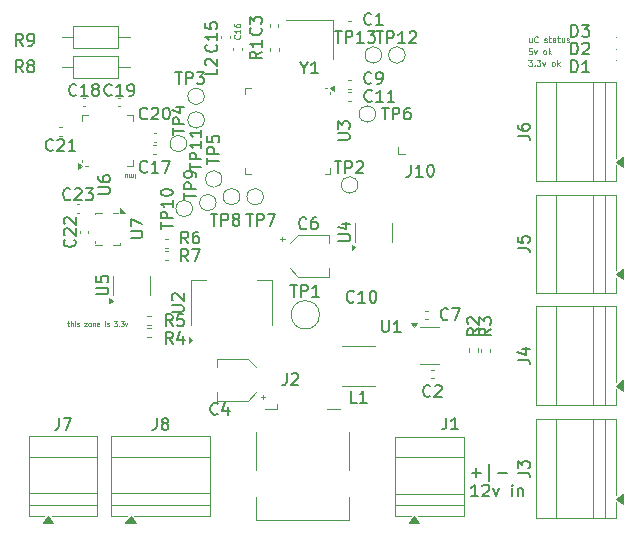
<source format=gbr>
%TF.GenerationSoftware,KiCad,Pcbnew,9.0.1*%
%TF.CreationDate,2025-10-26T21:15:07-04:00*%
%TF.ProjectId,Drone-Flight-Controller,44726f6e-652d-4466-9c69-6768742d436f,rev?*%
%TF.SameCoordinates,Original*%
%TF.FileFunction,Legend,Top*%
%TF.FilePolarity,Positive*%
%FSLAX46Y46*%
G04 Gerber Fmt 4.6, Leading zero omitted, Abs format (unit mm)*
G04 Created by KiCad (PCBNEW 9.0.1) date 2025-10-26 21:15:07*
%MOMM*%
%LPD*%
G01*
G04 APERTURE LIST*
%ADD10C,0.100000*%
%ADD11C,0.150000*%
%ADD12C,0.125000*%
%ADD13C,0.120000*%
G04 APERTURE END LIST*
D10*
X60899122Y-33100276D02*
X60899122Y-33433609D01*
X60684836Y-33100276D02*
X60684836Y-33362180D01*
X60684836Y-33362180D02*
X60708646Y-33409800D01*
X60708646Y-33409800D02*
X60756265Y-33433609D01*
X60756265Y-33433609D02*
X60827693Y-33433609D01*
X60827693Y-33433609D02*
X60875312Y-33409800D01*
X60875312Y-33409800D02*
X60899122Y-33385990D01*
X61422931Y-33385990D02*
X61399122Y-33409800D01*
X61399122Y-33409800D02*
X61327693Y-33433609D01*
X61327693Y-33433609D02*
X61280074Y-33433609D01*
X61280074Y-33433609D02*
X61208646Y-33409800D01*
X61208646Y-33409800D02*
X61161027Y-33362180D01*
X61161027Y-33362180D02*
X61137217Y-33314561D01*
X61137217Y-33314561D02*
X61113408Y-33219323D01*
X61113408Y-33219323D02*
X61113408Y-33147895D01*
X61113408Y-33147895D02*
X61137217Y-33052657D01*
X61137217Y-33052657D02*
X61161027Y-33005038D01*
X61161027Y-33005038D02*
X61208646Y-32957419D01*
X61208646Y-32957419D02*
X61280074Y-32933609D01*
X61280074Y-32933609D02*
X61327693Y-32933609D01*
X61327693Y-32933609D02*
X61399122Y-32957419D01*
X61399122Y-32957419D02*
X61422931Y-32981228D01*
X61994360Y-33409800D02*
X62041979Y-33433609D01*
X62041979Y-33433609D02*
X62137217Y-33433609D01*
X62137217Y-33433609D02*
X62184836Y-33409800D01*
X62184836Y-33409800D02*
X62208645Y-33362180D01*
X62208645Y-33362180D02*
X62208645Y-33338371D01*
X62208645Y-33338371D02*
X62184836Y-33290752D01*
X62184836Y-33290752D02*
X62137217Y-33266942D01*
X62137217Y-33266942D02*
X62065788Y-33266942D01*
X62065788Y-33266942D02*
X62018169Y-33243133D01*
X62018169Y-33243133D02*
X61994360Y-33195514D01*
X61994360Y-33195514D02*
X61994360Y-33171704D01*
X61994360Y-33171704D02*
X62018169Y-33124085D01*
X62018169Y-33124085D02*
X62065788Y-33100276D01*
X62065788Y-33100276D02*
X62137217Y-33100276D01*
X62137217Y-33100276D02*
X62184836Y-33124085D01*
X62351503Y-33100276D02*
X62541979Y-33100276D01*
X62422931Y-32933609D02*
X62422931Y-33362180D01*
X62422931Y-33362180D02*
X62446741Y-33409800D01*
X62446741Y-33409800D02*
X62494360Y-33433609D01*
X62494360Y-33433609D02*
X62541979Y-33433609D01*
X62922931Y-33433609D02*
X62922931Y-33171704D01*
X62922931Y-33171704D02*
X62899121Y-33124085D01*
X62899121Y-33124085D02*
X62851502Y-33100276D01*
X62851502Y-33100276D02*
X62756264Y-33100276D01*
X62756264Y-33100276D02*
X62708645Y-33124085D01*
X62922931Y-33409800D02*
X62875312Y-33433609D01*
X62875312Y-33433609D02*
X62756264Y-33433609D01*
X62756264Y-33433609D02*
X62708645Y-33409800D01*
X62708645Y-33409800D02*
X62684836Y-33362180D01*
X62684836Y-33362180D02*
X62684836Y-33314561D01*
X62684836Y-33314561D02*
X62708645Y-33266942D01*
X62708645Y-33266942D02*
X62756264Y-33243133D01*
X62756264Y-33243133D02*
X62875312Y-33243133D01*
X62875312Y-33243133D02*
X62922931Y-33219323D01*
X63089598Y-33100276D02*
X63280074Y-33100276D01*
X63161026Y-32933609D02*
X63161026Y-33362180D01*
X63161026Y-33362180D02*
X63184836Y-33409800D01*
X63184836Y-33409800D02*
X63232455Y-33433609D01*
X63232455Y-33433609D02*
X63280074Y-33433609D01*
X63661026Y-33100276D02*
X63661026Y-33433609D01*
X63446740Y-33100276D02*
X63446740Y-33362180D01*
X63446740Y-33362180D02*
X63470550Y-33409800D01*
X63470550Y-33409800D02*
X63518169Y-33433609D01*
X63518169Y-33433609D02*
X63589597Y-33433609D01*
X63589597Y-33433609D02*
X63637216Y-33409800D01*
X63637216Y-33409800D02*
X63661026Y-33385990D01*
X63875312Y-33409800D02*
X63922931Y-33433609D01*
X63922931Y-33433609D02*
X64018169Y-33433609D01*
X64018169Y-33433609D02*
X64065788Y-33409800D01*
X64065788Y-33409800D02*
X64089597Y-33362180D01*
X64089597Y-33362180D02*
X64089597Y-33338371D01*
X64089597Y-33338371D02*
X64065788Y-33290752D01*
X64065788Y-33290752D02*
X64018169Y-33266942D01*
X64018169Y-33266942D02*
X63946740Y-33266942D01*
X63946740Y-33266942D02*
X63899121Y-33243133D01*
X63899121Y-33243133D02*
X63875312Y-33195514D01*
X63875312Y-33195514D02*
X63875312Y-33171704D01*
X63875312Y-33171704D02*
X63899121Y-33124085D01*
X63899121Y-33124085D02*
X63946740Y-33100276D01*
X63946740Y-33100276D02*
X64018169Y-33100276D01*
X64018169Y-33100276D02*
X64065788Y-33124085D01*
X60922931Y-33933609D02*
X60684836Y-33933609D01*
X60684836Y-33933609D02*
X60661027Y-34171704D01*
X60661027Y-34171704D02*
X60684836Y-34147895D01*
X60684836Y-34147895D02*
X60732455Y-34124085D01*
X60732455Y-34124085D02*
X60851503Y-34124085D01*
X60851503Y-34124085D02*
X60899122Y-34147895D01*
X60899122Y-34147895D02*
X60922931Y-34171704D01*
X60922931Y-34171704D02*
X60946741Y-34219323D01*
X60946741Y-34219323D02*
X60946741Y-34338371D01*
X60946741Y-34338371D02*
X60922931Y-34385990D01*
X60922931Y-34385990D02*
X60899122Y-34409800D01*
X60899122Y-34409800D02*
X60851503Y-34433609D01*
X60851503Y-34433609D02*
X60732455Y-34433609D01*
X60732455Y-34433609D02*
X60684836Y-34409800D01*
X60684836Y-34409800D02*
X60661027Y-34385990D01*
X61113407Y-34100276D02*
X61232455Y-34433609D01*
X61232455Y-34433609D02*
X61351502Y-34100276D01*
X61994359Y-34433609D02*
X61946740Y-34409800D01*
X61946740Y-34409800D02*
X61922930Y-34385990D01*
X61922930Y-34385990D02*
X61899121Y-34338371D01*
X61899121Y-34338371D02*
X61899121Y-34195514D01*
X61899121Y-34195514D02*
X61922930Y-34147895D01*
X61922930Y-34147895D02*
X61946740Y-34124085D01*
X61946740Y-34124085D02*
X61994359Y-34100276D01*
X61994359Y-34100276D02*
X62065787Y-34100276D01*
X62065787Y-34100276D02*
X62113406Y-34124085D01*
X62113406Y-34124085D02*
X62137216Y-34147895D01*
X62137216Y-34147895D02*
X62161025Y-34195514D01*
X62161025Y-34195514D02*
X62161025Y-34338371D01*
X62161025Y-34338371D02*
X62137216Y-34385990D01*
X62137216Y-34385990D02*
X62113406Y-34409800D01*
X62113406Y-34409800D02*
X62065787Y-34433609D01*
X62065787Y-34433609D02*
X61994359Y-34433609D01*
X62375311Y-34433609D02*
X62375311Y-33933609D01*
X62422930Y-34243133D02*
X62565787Y-34433609D01*
X62565787Y-34100276D02*
X62375311Y-34290752D01*
X60637217Y-34933609D02*
X60946741Y-34933609D01*
X60946741Y-34933609D02*
X60780074Y-35124085D01*
X60780074Y-35124085D02*
X60851503Y-35124085D01*
X60851503Y-35124085D02*
X60899122Y-35147895D01*
X60899122Y-35147895D02*
X60922931Y-35171704D01*
X60922931Y-35171704D02*
X60946741Y-35219323D01*
X60946741Y-35219323D02*
X60946741Y-35338371D01*
X60946741Y-35338371D02*
X60922931Y-35385990D01*
X60922931Y-35385990D02*
X60899122Y-35409800D01*
X60899122Y-35409800D02*
X60851503Y-35433609D01*
X60851503Y-35433609D02*
X60708646Y-35433609D01*
X60708646Y-35433609D02*
X60661027Y-35409800D01*
X60661027Y-35409800D02*
X60637217Y-35385990D01*
X61161026Y-35385990D02*
X61184836Y-35409800D01*
X61184836Y-35409800D02*
X61161026Y-35433609D01*
X61161026Y-35433609D02*
X61137217Y-35409800D01*
X61137217Y-35409800D02*
X61161026Y-35385990D01*
X61161026Y-35385990D02*
X61161026Y-35433609D01*
X61351502Y-34933609D02*
X61661026Y-34933609D01*
X61661026Y-34933609D02*
X61494359Y-35124085D01*
X61494359Y-35124085D02*
X61565788Y-35124085D01*
X61565788Y-35124085D02*
X61613407Y-35147895D01*
X61613407Y-35147895D02*
X61637216Y-35171704D01*
X61637216Y-35171704D02*
X61661026Y-35219323D01*
X61661026Y-35219323D02*
X61661026Y-35338371D01*
X61661026Y-35338371D02*
X61637216Y-35385990D01*
X61637216Y-35385990D02*
X61613407Y-35409800D01*
X61613407Y-35409800D02*
X61565788Y-35433609D01*
X61565788Y-35433609D02*
X61422931Y-35433609D01*
X61422931Y-35433609D02*
X61375312Y-35409800D01*
X61375312Y-35409800D02*
X61351502Y-35385990D01*
X61827692Y-35100276D02*
X61946740Y-35433609D01*
X61946740Y-35433609D02*
X62065787Y-35100276D01*
X62708644Y-35433609D02*
X62661025Y-35409800D01*
X62661025Y-35409800D02*
X62637215Y-35385990D01*
X62637215Y-35385990D02*
X62613406Y-35338371D01*
X62613406Y-35338371D02*
X62613406Y-35195514D01*
X62613406Y-35195514D02*
X62637215Y-35147895D01*
X62637215Y-35147895D02*
X62661025Y-35124085D01*
X62661025Y-35124085D02*
X62708644Y-35100276D01*
X62708644Y-35100276D02*
X62780072Y-35100276D01*
X62780072Y-35100276D02*
X62827691Y-35124085D01*
X62827691Y-35124085D02*
X62851501Y-35147895D01*
X62851501Y-35147895D02*
X62875310Y-35195514D01*
X62875310Y-35195514D02*
X62875310Y-35338371D01*
X62875310Y-35338371D02*
X62851501Y-35385990D01*
X62851501Y-35385990D02*
X62827691Y-35409800D01*
X62827691Y-35409800D02*
X62780072Y-35433609D01*
X62780072Y-35433609D02*
X62708644Y-35433609D01*
X63089596Y-35433609D02*
X63089596Y-34933609D01*
X63137215Y-35243133D02*
X63280072Y-35433609D01*
X63280072Y-35100276D02*
X63089596Y-35290752D01*
X21603884Y-57179180D02*
X21756265Y-57179180D01*
X21661027Y-57045847D02*
X21661027Y-57388704D01*
X21661027Y-57388704D02*
X21680074Y-57426800D01*
X21680074Y-57426800D02*
X21718169Y-57445847D01*
X21718169Y-57445847D02*
X21756265Y-57445847D01*
X21889598Y-57445847D02*
X21889598Y-57045847D01*
X22061026Y-57445847D02*
X22061026Y-57236323D01*
X22061026Y-57236323D02*
X22041979Y-57198228D01*
X22041979Y-57198228D02*
X22003883Y-57179180D01*
X22003883Y-57179180D02*
X21946740Y-57179180D01*
X21946740Y-57179180D02*
X21908645Y-57198228D01*
X21908645Y-57198228D02*
X21889598Y-57217276D01*
X22251503Y-57445847D02*
X22251503Y-57179180D01*
X22251503Y-57045847D02*
X22232455Y-57064895D01*
X22232455Y-57064895D02*
X22251503Y-57083942D01*
X22251503Y-57083942D02*
X22270550Y-57064895D01*
X22270550Y-57064895D02*
X22251503Y-57045847D01*
X22251503Y-57045847D02*
X22251503Y-57083942D01*
X22422931Y-57426800D02*
X22461026Y-57445847D01*
X22461026Y-57445847D02*
X22537217Y-57445847D01*
X22537217Y-57445847D02*
X22575312Y-57426800D01*
X22575312Y-57426800D02*
X22594360Y-57388704D01*
X22594360Y-57388704D02*
X22594360Y-57369657D01*
X22594360Y-57369657D02*
X22575312Y-57331561D01*
X22575312Y-57331561D02*
X22537217Y-57312514D01*
X22537217Y-57312514D02*
X22480074Y-57312514D01*
X22480074Y-57312514D02*
X22441979Y-57293466D01*
X22441979Y-57293466D02*
X22422931Y-57255371D01*
X22422931Y-57255371D02*
X22422931Y-57236323D01*
X22422931Y-57236323D02*
X22441979Y-57198228D01*
X22441979Y-57198228D02*
X22480074Y-57179180D01*
X22480074Y-57179180D02*
X22537217Y-57179180D01*
X22537217Y-57179180D02*
X22575312Y-57198228D01*
X23032455Y-57179180D02*
X23241979Y-57179180D01*
X23241979Y-57179180D02*
X23032455Y-57445847D01*
X23032455Y-57445847D02*
X23241979Y-57445847D01*
X23451503Y-57445847D02*
X23413408Y-57426800D01*
X23413408Y-57426800D02*
X23394361Y-57407752D01*
X23394361Y-57407752D02*
X23375313Y-57369657D01*
X23375313Y-57369657D02*
X23375313Y-57255371D01*
X23375313Y-57255371D02*
X23394361Y-57217276D01*
X23394361Y-57217276D02*
X23413408Y-57198228D01*
X23413408Y-57198228D02*
X23451503Y-57179180D01*
X23451503Y-57179180D02*
X23508646Y-57179180D01*
X23508646Y-57179180D02*
X23546742Y-57198228D01*
X23546742Y-57198228D02*
X23565789Y-57217276D01*
X23565789Y-57217276D02*
X23584837Y-57255371D01*
X23584837Y-57255371D02*
X23584837Y-57369657D01*
X23584837Y-57369657D02*
X23565789Y-57407752D01*
X23565789Y-57407752D02*
X23546742Y-57426800D01*
X23546742Y-57426800D02*
X23508646Y-57445847D01*
X23508646Y-57445847D02*
X23451503Y-57445847D01*
X23756266Y-57179180D02*
X23756266Y-57445847D01*
X23756266Y-57217276D02*
X23775313Y-57198228D01*
X23775313Y-57198228D02*
X23813408Y-57179180D01*
X23813408Y-57179180D02*
X23870551Y-57179180D01*
X23870551Y-57179180D02*
X23908647Y-57198228D01*
X23908647Y-57198228D02*
X23927694Y-57236323D01*
X23927694Y-57236323D02*
X23927694Y-57445847D01*
X24270552Y-57426800D02*
X24232456Y-57445847D01*
X24232456Y-57445847D02*
X24156266Y-57445847D01*
X24156266Y-57445847D02*
X24118171Y-57426800D01*
X24118171Y-57426800D02*
X24099123Y-57388704D01*
X24099123Y-57388704D02*
X24099123Y-57236323D01*
X24099123Y-57236323D02*
X24118171Y-57198228D01*
X24118171Y-57198228D02*
X24156266Y-57179180D01*
X24156266Y-57179180D02*
X24232456Y-57179180D01*
X24232456Y-57179180D02*
X24270552Y-57198228D01*
X24270552Y-57198228D02*
X24289599Y-57236323D01*
X24289599Y-57236323D02*
X24289599Y-57274419D01*
X24289599Y-57274419D02*
X24099123Y-57312514D01*
X24765790Y-57445847D02*
X24765790Y-57179180D01*
X24765790Y-57045847D02*
X24746742Y-57064895D01*
X24746742Y-57064895D02*
X24765790Y-57083942D01*
X24765790Y-57083942D02*
X24784837Y-57064895D01*
X24784837Y-57064895D02*
X24765790Y-57045847D01*
X24765790Y-57045847D02*
X24765790Y-57083942D01*
X24937218Y-57426800D02*
X24975313Y-57445847D01*
X24975313Y-57445847D02*
X25051504Y-57445847D01*
X25051504Y-57445847D02*
X25089599Y-57426800D01*
X25089599Y-57426800D02*
X25108647Y-57388704D01*
X25108647Y-57388704D02*
X25108647Y-57369657D01*
X25108647Y-57369657D02*
X25089599Y-57331561D01*
X25089599Y-57331561D02*
X25051504Y-57312514D01*
X25051504Y-57312514D02*
X24994361Y-57312514D01*
X24994361Y-57312514D02*
X24956266Y-57293466D01*
X24956266Y-57293466D02*
X24937218Y-57255371D01*
X24937218Y-57255371D02*
X24937218Y-57236323D01*
X24937218Y-57236323D02*
X24956266Y-57198228D01*
X24956266Y-57198228D02*
X24994361Y-57179180D01*
X24994361Y-57179180D02*
X25051504Y-57179180D01*
X25051504Y-57179180D02*
X25089599Y-57198228D01*
X25546742Y-57045847D02*
X25794361Y-57045847D01*
X25794361Y-57045847D02*
X25661028Y-57198228D01*
X25661028Y-57198228D02*
X25718171Y-57198228D01*
X25718171Y-57198228D02*
X25756266Y-57217276D01*
X25756266Y-57217276D02*
X25775314Y-57236323D01*
X25775314Y-57236323D02*
X25794361Y-57274419D01*
X25794361Y-57274419D02*
X25794361Y-57369657D01*
X25794361Y-57369657D02*
X25775314Y-57407752D01*
X25775314Y-57407752D02*
X25756266Y-57426800D01*
X25756266Y-57426800D02*
X25718171Y-57445847D01*
X25718171Y-57445847D02*
X25603885Y-57445847D01*
X25603885Y-57445847D02*
X25565790Y-57426800D01*
X25565790Y-57426800D02*
X25546742Y-57407752D01*
X25965790Y-57407752D02*
X25984837Y-57426800D01*
X25984837Y-57426800D02*
X25965790Y-57445847D01*
X25965790Y-57445847D02*
X25946742Y-57426800D01*
X25946742Y-57426800D02*
X25965790Y-57407752D01*
X25965790Y-57407752D02*
X25965790Y-57445847D01*
X26118170Y-57045847D02*
X26365789Y-57045847D01*
X26365789Y-57045847D02*
X26232456Y-57198228D01*
X26232456Y-57198228D02*
X26289599Y-57198228D01*
X26289599Y-57198228D02*
X26327694Y-57217276D01*
X26327694Y-57217276D02*
X26346742Y-57236323D01*
X26346742Y-57236323D02*
X26365789Y-57274419D01*
X26365789Y-57274419D02*
X26365789Y-57369657D01*
X26365789Y-57369657D02*
X26346742Y-57407752D01*
X26346742Y-57407752D02*
X26327694Y-57426800D01*
X26327694Y-57426800D02*
X26289599Y-57445847D01*
X26289599Y-57445847D02*
X26175313Y-57445847D01*
X26175313Y-57445847D02*
X26137218Y-57426800D01*
X26137218Y-57426800D02*
X26118170Y-57407752D01*
X26499122Y-57179180D02*
X26594360Y-57445847D01*
X26594360Y-57445847D02*
X26689599Y-57179180D01*
D11*
X55836779Y-69878922D02*
X56598684Y-69878922D01*
X56217731Y-70259875D02*
X56217731Y-69497970D01*
X57312969Y-70593208D02*
X57312969Y-69164636D01*
X58027255Y-69878922D02*
X58789160Y-69878922D01*
X56360588Y-71869819D02*
X55789160Y-71869819D01*
X56074874Y-71869819D02*
X56074874Y-70869819D01*
X56074874Y-70869819D02*
X55979636Y-71012676D01*
X55979636Y-71012676D02*
X55884398Y-71107914D01*
X55884398Y-71107914D02*
X55789160Y-71155533D01*
X56741541Y-70965057D02*
X56789160Y-70917438D01*
X56789160Y-70917438D02*
X56884398Y-70869819D01*
X56884398Y-70869819D02*
X57122493Y-70869819D01*
X57122493Y-70869819D02*
X57217731Y-70917438D01*
X57217731Y-70917438D02*
X57265350Y-70965057D01*
X57265350Y-70965057D02*
X57312969Y-71060295D01*
X57312969Y-71060295D02*
X57312969Y-71155533D01*
X57312969Y-71155533D02*
X57265350Y-71298390D01*
X57265350Y-71298390D02*
X56693922Y-71869819D01*
X56693922Y-71869819D02*
X57312969Y-71869819D01*
X57646303Y-71203152D02*
X57884398Y-71869819D01*
X57884398Y-71869819D02*
X58122493Y-71203152D01*
X59265351Y-71869819D02*
X59265351Y-71203152D01*
X59265351Y-70869819D02*
X59217732Y-70917438D01*
X59217732Y-70917438D02*
X59265351Y-70965057D01*
X59265351Y-70965057D02*
X59312970Y-70917438D01*
X59312970Y-70917438D02*
X59265351Y-70869819D01*
X59265351Y-70869819D02*
X59265351Y-70965057D01*
X59741541Y-71203152D02*
X59741541Y-71869819D01*
X59741541Y-71298390D02*
X59789160Y-71250771D01*
X59789160Y-71250771D02*
X59884398Y-71203152D01*
X59884398Y-71203152D02*
X60027255Y-71203152D01*
X60027255Y-71203152D02*
X60122493Y-71250771D01*
X60122493Y-71250771D02*
X60170112Y-71346009D01*
X60170112Y-71346009D02*
X60170112Y-71869819D01*
D10*
X27338972Y-44554152D02*
X27338972Y-44820819D01*
X27338972Y-44954152D02*
X27358020Y-44935104D01*
X27358020Y-44935104D02*
X27338972Y-44916057D01*
X27338972Y-44916057D02*
X27319925Y-44935104D01*
X27319925Y-44935104D02*
X27338972Y-44954152D01*
X27338972Y-44954152D02*
X27338972Y-44916057D01*
X27148496Y-44554152D02*
X27148496Y-44820819D01*
X27148496Y-44782723D02*
X27129449Y-44801771D01*
X27129449Y-44801771D02*
X27091354Y-44820819D01*
X27091354Y-44820819D02*
X27034211Y-44820819D01*
X27034211Y-44820819D02*
X26996115Y-44801771D01*
X26996115Y-44801771D02*
X26977068Y-44763676D01*
X26977068Y-44763676D02*
X26977068Y-44554152D01*
X26977068Y-44763676D02*
X26958020Y-44801771D01*
X26958020Y-44801771D02*
X26919925Y-44820819D01*
X26919925Y-44820819D02*
X26862782Y-44820819D01*
X26862782Y-44820819D02*
X26824687Y-44801771D01*
X26824687Y-44801771D02*
X26805639Y-44763676D01*
X26805639Y-44763676D02*
X26805639Y-44554152D01*
X26443735Y-44820819D02*
X26443735Y-44554152D01*
X26615163Y-44820819D02*
X26615163Y-44611295D01*
X26615163Y-44611295D02*
X26596116Y-44573200D01*
X26596116Y-44573200D02*
X26558021Y-44554152D01*
X26558021Y-44554152D02*
X26500878Y-44554152D01*
X26500878Y-44554152D02*
X26462782Y-44573200D01*
X26462782Y-44573200D02*
X26443735Y-44592247D01*
D11*
X64261905Y-34454819D02*
X64261905Y-33454819D01*
X64261905Y-33454819D02*
X64500000Y-33454819D01*
X64500000Y-33454819D02*
X64642857Y-33502438D01*
X64642857Y-33502438D02*
X64738095Y-33597676D01*
X64738095Y-33597676D02*
X64785714Y-33692914D01*
X64785714Y-33692914D02*
X64833333Y-33883390D01*
X64833333Y-33883390D02*
X64833333Y-34026247D01*
X64833333Y-34026247D02*
X64785714Y-34216723D01*
X64785714Y-34216723D02*
X64738095Y-34311961D01*
X64738095Y-34311961D02*
X64642857Y-34407200D01*
X64642857Y-34407200D02*
X64500000Y-34454819D01*
X64500000Y-34454819D02*
X64261905Y-34454819D01*
X65214286Y-33550057D02*
X65261905Y-33502438D01*
X65261905Y-33502438D02*
X65357143Y-33454819D01*
X65357143Y-33454819D02*
X65595238Y-33454819D01*
X65595238Y-33454819D02*
X65690476Y-33502438D01*
X65690476Y-33502438D02*
X65738095Y-33550057D01*
X65738095Y-33550057D02*
X65785714Y-33645295D01*
X65785714Y-33645295D02*
X65785714Y-33740533D01*
X65785714Y-33740533D02*
X65738095Y-33883390D01*
X65738095Y-33883390D02*
X65166667Y-34454819D01*
X65166667Y-34454819D02*
X65785714Y-34454819D01*
X64261905Y-32954819D02*
X64261905Y-31954819D01*
X64261905Y-31954819D02*
X64500000Y-31954819D01*
X64500000Y-31954819D02*
X64642857Y-32002438D01*
X64642857Y-32002438D02*
X64738095Y-32097676D01*
X64738095Y-32097676D02*
X64785714Y-32192914D01*
X64785714Y-32192914D02*
X64833333Y-32383390D01*
X64833333Y-32383390D02*
X64833333Y-32526247D01*
X64833333Y-32526247D02*
X64785714Y-32716723D01*
X64785714Y-32716723D02*
X64738095Y-32811961D01*
X64738095Y-32811961D02*
X64642857Y-32907200D01*
X64642857Y-32907200D02*
X64500000Y-32954819D01*
X64500000Y-32954819D02*
X64261905Y-32954819D01*
X65166667Y-31954819D02*
X65785714Y-31954819D01*
X65785714Y-31954819D02*
X65452381Y-32335771D01*
X65452381Y-32335771D02*
X65595238Y-32335771D01*
X65595238Y-32335771D02*
X65690476Y-32383390D01*
X65690476Y-32383390D02*
X65738095Y-32431009D01*
X65738095Y-32431009D02*
X65785714Y-32526247D01*
X65785714Y-32526247D02*
X65785714Y-32764342D01*
X65785714Y-32764342D02*
X65738095Y-32859580D01*
X65738095Y-32859580D02*
X65690476Y-32907200D01*
X65690476Y-32907200D02*
X65595238Y-32954819D01*
X65595238Y-32954819D02*
X65309524Y-32954819D01*
X65309524Y-32954819D02*
X65214286Y-32907200D01*
X65214286Y-32907200D02*
X65166667Y-32859580D01*
X64261905Y-35954819D02*
X64261905Y-34954819D01*
X64261905Y-34954819D02*
X64500000Y-34954819D01*
X64500000Y-34954819D02*
X64642857Y-35002438D01*
X64642857Y-35002438D02*
X64738095Y-35097676D01*
X64738095Y-35097676D02*
X64785714Y-35192914D01*
X64785714Y-35192914D02*
X64833333Y-35383390D01*
X64833333Y-35383390D02*
X64833333Y-35526247D01*
X64833333Y-35526247D02*
X64785714Y-35716723D01*
X64785714Y-35716723D02*
X64738095Y-35811961D01*
X64738095Y-35811961D02*
X64642857Y-35907200D01*
X64642857Y-35907200D02*
X64500000Y-35954819D01*
X64500000Y-35954819D02*
X64261905Y-35954819D01*
X65785714Y-35954819D02*
X65214286Y-35954819D01*
X65500000Y-35954819D02*
X65500000Y-34954819D01*
X65500000Y-34954819D02*
X65404762Y-35097676D01*
X65404762Y-35097676D02*
X65309524Y-35192914D01*
X65309524Y-35192914D02*
X65214286Y-35240533D01*
X44261905Y-32454819D02*
X44833333Y-32454819D01*
X44547619Y-33454819D02*
X44547619Y-32454819D01*
X45166667Y-33454819D02*
X45166667Y-32454819D01*
X45166667Y-32454819D02*
X45547619Y-32454819D01*
X45547619Y-32454819D02*
X45642857Y-32502438D01*
X45642857Y-32502438D02*
X45690476Y-32550057D01*
X45690476Y-32550057D02*
X45738095Y-32645295D01*
X45738095Y-32645295D02*
X45738095Y-32788152D01*
X45738095Y-32788152D02*
X45690476Y-32883390D01*
X45690476Y-32883390D02*
X45642857Y-32931009D01*
X45642857Y-32931009D02*
X45547619Y-32978628D01*
X45547619Y-32978628D02*
X45166667Y-32978628D01*
X46690476Y-33454819D02*
X46119048Y-33454819D01*
X46404762Y-33454819D02*
X46404762Y-32454819D01*
X46404762Y-32454819D02*
X46309524Y-32597676D01*
X46309524Y-32597676D02*
X46214286Y-32692914D01*
X46214286Y-32692914D02*
X46119048Y-32740533D01*
X47023810Y-32454819D02*
X47642857Y-32454819D01*
X47642857Y-32454819D02*
X47309524Y-32835771D01*
X47309524Y-32835771D02*
X47452381Y-32835771D01*
X47452381Y-32835771D02*
X47547619Y-32883390D01*
X47547619Y-32883390D02*
X47595238Y-32931009D01*
X47595238Y-32931009D02*
X47642857Y-33026247D01*
X47642857Y-33026247D02*
X47642857Y-33264342D01*
X47642857Y-33264342D02*
X47595238Y-33359580D01*
X47595238Y-33359580D02*
X47547619Y-33407200D01*
X47547619Y-33407200D02*
X47452381Y-33454819D01*
X47452381Y-33454819D02*
X47166667Y-33454819D01*
X47166667Y-33454819D02*
X47071429Y-33407200D01*
X47071429Y-33407200D02*
X47023810Y-33359580D01*
X47761905Y-32506819D02*
X48333333Y-32506819D01*
X48047619Y-33506819D02*
X48047619Y-32506819D01*
X48666667Y-33506819D02*
X48666667Y-32506819D01*
X48666667Y-32506819D02*
X49047619Y-32506819D01*
X49047619Y-32506819D02*
X49142857Y-32554438D01*
X49142857Y-32554438D02*
X49190476Y-32602057D01*
X49190476Y-32602057D02*
X49238095Y-32697295D01*
X49238095Y-32697295D02*
X49238095Y-32840152D01*
X49238095Y-32840152D02*
X49190476Y-32935390D01*
X49190476Y-32935390D02*
X49142857Y-32983009D01*
X49142857Y-32983009D02*
X49047619Y-33030628D01*
X49047619Y-33030628D02*
X48666667Y-33030628D01*
X50190476Y-33506819D02*
X49619048Y-33506819D01*
X49904762Y-33506819D02*
X49904762Y-32506819D01*
X49904762Y-32506819D02*
X49809524Y-32649676D01*
X49809524Y-32649676D02*
X49714286Y-32744914D01*
X49714286Y-32744914D02*
X49619048Y-32792533D01*
X50571429Y-32602057D02*
X50619048Y-32554438D01*
X50619048Y-32554438D02*
X50714286Y-32506819D01*
X50714286Y-32506819D02*
X50952381Y-32506819D01*
X50952381Y-32506819D02*
X51047619Y-32554438D01*
X51047619Y-32554438D02*
X51095238Y-32602057D01*
X51095238Y-32602057D02*
X51142857Y-32697295D01*
X51142857Y-32697295D02*
X51142857Y-32792533D01*
X51142857Y-32792533D02*
X51095238Y-32935390D01*
X51095238Y-32935390D02*
X50523810Y-33506819D01*
X50523810Y-33506819D02*
X51142857Y-33506819D01*
X31954819Y-44238094D02*
X31954819Y-43666666D01*
X32954819Y-43952380D02*
X31954819Y-43952380D01*
X32954819Y-43333332D02*
X31954819Y-43333332D01*
X31954819Y-43333332D02*
X31954819Y-42952380D01*
X31954819Y-42952380D02*
X32002438Y-42857142D01*
X32002438Y-42857142D02*
X32050057Y-42809523D01*
X32050057Y-42809523D02*
X32145295Y-42761904D01*
X32145295Y-42761904D02*
X32288152Y-42761904D01*
X32288152Y-42761904D02*
X32383390Y-42809523D01*
X32383390Y-42809523D02*
X32431009Y-42857142D01*
X32431009Y-42857142D02*
X32478628Y-42952380D01*
X32478628Y-42952380D02*
X32478628Y-43333332D01*
X32954819Y-41809523D02*
X32954819Y-42380951D01*
X32954819Y-42095237D02*
X31954819Y-42095237D01*
X31954819Y-42095237D02*
X32097676Y-42190475D01*
X32097676Y-42190475D02*
X32192914Y-42285713D01*
X32192914Y-42285713D02*
X32240533Y-42380951D01*
X32954819Y-40857142D02*
X32954819Y-41428570D01*
X32954819Y-41142856D02*
X31954819Y-41142856D01*
X31954819Y-41142856D02*
X32097676Y-41238094D01*
X32097676Y-41238094D02*
X32192914Y-41333332D01*
X32192914Y-41333332D02*
X32240533Y-41428570D01*
X29506819Y-49238094D02*
X29506819Y-48666666D01*
X30506819Y-48952380D02*
X29506819Y-48952380D01*
X30506819Y-48333332D02*
X29506819Y-48333332D01*
X29506819Y-48333332D02*
X29506819Y-47952380D01*
X29506819Y-47952380D02*
X29554438Y-47857142D01*
X29554438Y-47857142D02*
X29602057Y-47809523D01*
X29602057Y-47809523D02*
X29697295Y-47761904D01*
X29697295Y-47761904D02*
X29840152Y-47761904D01*
X29840152Y-47761904D02*
X29935390Y-47809523D01*
X29935390Y-47809523D02*
X29983009Y-47857142D01*
X29983009Y-47857142D02*
X30030628Y-47952380D01*
X30030628Y-47952380D02*
X30030628Y-48333332D01*
X30506819Y-46809523D02*
X30506819Y-47380951D01*
X30506819Y-47095237D02*
X29506819Y-47095237D01*
X29506819Y-47095237D02*
X29649676Y-47190475D01*
X29649676Y-47190475D02*
X29744914Y-47285713D01*
X29744914Y-47285713D02*
X29792533Y-47380951D01*
X29506819Y-46190475D02*
X29506819Y-46095237D01*
X29506819Y-46095237D02*
X29554438Y-45999999D01*
X29554438Y-45999999D02*
X29602057Y-45952380D01*
X29602057Y-45952380D02*
X29697295Y-45904761D01*
X29697295Y-45904761D02*
X29887771Y-45857142D01*
X29887771Y-45857142D02*
X30125866Y-45857142D01*
X30125866Y-45857142D02*
X30316342Y-45904761D01*
X30316342Y-45904761D02*
X30411580Y-45952380D01*
X30411580Y-45952380D02*
X30459200Y-45999999D01*
X30459200Y-45999999D02*
X30506819Y-46095237D01*
X30506819Y-46095237D02*
X30506819Y-46190475D01*
X30506819Y-46190475D02*
X30459200Y-46285713D01*
X30459200Y-46285713D02*
X30411580Y-46333332D01*
X30411580Y-46333332D02*
X30316342Y-46380951D01*
X30316342Y-46380951D02*
X30125866Y-46428570D01*
X30125866Y-46428570D02*
X29887771Y-46428570D01*
X29887771Y-46428570D02*
X29697295Y-46380951D01*
X29697295Y-46380951D02*
X29602057Y-46333332D01*
X29602057Y-46333332D02*
X29554438Y-46285713D01*
X29554438Y-46285713D02*
X29506819Y-46190475D01*
X31506819Y-46761904D02*
X31506819Y-46190476D01*
X32506819Y-46476190D02*
X31506819Y-46476190D01*
X32506819Y-45857142D02*
X31506819Y-45857142D01*
X31506819Y-45857142D02*
X31506819Y-45476190D01*
X31506819Y-45476190D02*
X31554438Y-45380952D01*
X31554438Y-45380952D02*
X31602057Y-45333333D01*
X31602057Y-45333333D02*
X31697295Y-45285714D01*
X31697295Y-45285714D02*
X31840152Y-45285714D01*
X31840152Y-45285714D02*
X31935390Y-45333333D01*
X31935390Y-45333333D02*
X31983009Y-45380952D01*
X31983009Y-45380952D02*
X32030628Y-45476190D01*
X32030628Y-45476190D02*
X32030628Y-45857142D01*
X32506819Y-44809523D02*
X32506819Y-44619047D01*
X32506819Y-44619047D02*
X32459200Y-44523809D01*
X32459200Y-44523809D02*
X32411580Y-44476190D01*
X32411580Y-44476190D02*
X32268723Y-44380952D01*
X32268723Y-44380952D02*
X32078247Y-44333333D01*
X32078247Y-44333333D02*
X31697295Y-44333333D01*
X31697295Y-44333333D02*
X31602057Y-44380952D01*
X31602057Y-44380952D02*
X31554438Y-44428571D01*
X31554438Y-44428571D02*
X31506819Y-44523809D01*
X31506819Y-44523809D02*
X31506819Y-44714285D01*
X31506819Y-44714285D02*
X31554438Y-44809523D01*
X31554438Y-44809523D02*
X31602057Y-44857142D01*
X31602057Y-44857142D02*
X31697295Y-44904761D01*
X31697295Y-44904761D02*
X31935390Y-44904761D01*
X31935390Y-44904761D02*
X32030628Y-44857142D01*
X32030628Y-44857142D02*
X32078247Y-44809523D01*
X32078247Y-44809523D02*
X32125866Y-44714285D01*
X32125866Y-44714285D02*
X32125866Y-44523809D01*
X32125866Y-44523809D02*
X32078247Y-44428571D01*
X32078247Y-44428571D02*
X32030628Y-44380952D01*
X32030628Y-44380952D02*
X31935390Y-44333333D01*
X33738095Y-47954819D02*
X34309523Y-47954819D01*
X34023809Y-48954819D02*
X34023809Y-47954819D01*
X34642857Y-48954819D02*
X34642857Y-47954819D01*
X34642857Y-47954819D02*
X35023809Y-47954819D01*
X35023809Y-47954819D02*
X35119047Y-48002438D01*
X35119047Y-48002438D02*
X35166666Y-48050057D01*
X35166666Y-48050057D02*
X35214285Y-48145295D01*
X35214285Y-48145295D02*
X35214285Y-48288152D01*
X35214285Y-48288152D02*
X35166666Y-48383390D01*
X35166666Y-48383390D02*
X35119047Y-48431009D01*
X35119047Y-48431009D02*
X35023809Y-48478628D01*
X35023809Y-48478628D02*
X34642857Y-48478628D01*
X35785714Y-48383390D02*
X35690476Y-48335771D01*
X35690476Y-48335771D02*
X35642857Y-48288152D01*
X35642857Y-48288152D02*
X35595238Y-48192914D01*
X35595238Y-48192914D02*
X35595238Y-48145295D01*
X35595238Y-48145295D02*
X35642857Y-48050057D01*
X35642857Y-48050057D02*
X35690476Y-48002438D01*
X35690476Y-48002438D02*
X35785714Y-47954819D01*
X35785714Y-47954819D02*
X35976190Y-47954819D01*
X35976190Y-47954819D02*
X36071428Y-48002438D01*
X36071428Y-48002438D02*
X36119047Y-48050057D01*
X36119047Y-48050057D02*
X36166666Y-48145295D01*
X36166666Y-48145295D02*
X36166666Y-48192914D01*
X36166666Y-48192914D02*
X36119047Y-48288152D01*
X36119047Y-48288152D02*
X36071428Y-48335771D01*
X36071428Y-48335771D02*
X35976190Y-48383390D01*
X35976190Y-48383390D02*
X35785714Y-48383390D01*
X35785714Y-48383390D02*
X35690476Y-48431009D01*
X35690476Y-48431009D02*
X35642857Y-48478628D01*
X35642857Y-48478628D02*
X35595238Y-48573866D01*
X35595238Y-48573866D02*
X35595238Y-48764342D01*
X35595238Y-48764342D02*
X35642857Y-48859580D01*
X35642857Y-48859580D02*
X35690476Y-48907200D01*
X35690476Y-48907200D02*
X35785714Y-48954819D01*
X35785714Y-48954819D02*
X35976190Y-48954819D01*
X35976190Y-48954819D02*
X36071428Y-48907200D01*
X36071428Y-48907200D02*
X36119047Y-48859580D01*
X36119047Y-48859580D02*
X36166666Y-48764342D01*
X36166666Y-48764342D02*
X36166666Y-48573866D01*
X36166666Y-48573866D02*
X36119047Y-48478628D01*
X36119047Y-48478628D02*
X36071428Y-48431009D01*
X36071428Y-48431009D02*
X35976190Y-48383390D01*
X36738095Y-47954819D02*
X37309523Y-47954819D01*
X37023809Y-48954819D02*
X37023809Y-47954819D01*
X37642857Y-48954819D02*
X37642857Y-47954819D01*
X37642857Y-47954819D02*
X38023809Y-47954819D01*
X38023809Y-47954819D02*
X38119047Y-48002438D01*
X38119047Y-48002438D02*
X38166666Y-48050057D01*
X38166666Y-48050057D02*
X38214285Y-48145295D01*
X38214285Y-48145295D02*
X38214285Y-48288152D01*
X38214285Y-48288152D02*
X38166666Y-48383390D01*
X38166666Y-48383390D02*
X38119047Y-48431009D01*
X38119047Y-48431009D02*
X38023809Y-48478628D01*
X38023809Y-48478628D02*
X37642857Y-48478628D01*
X38547619Y-47954819D02*
X39214285Y-47954819D01*
X39214285Y-47954819D02*
X38785714Y-48954819D01*
X48238095Y-38954819D02*
X48809523Y-38954819D01*
X48523809Y-39954819D02*
X48523809Y-38954819D01*
X49142857Y-39954819D02*
X49142857Y-38954819D01*
X49142857Y-38954819D02*
X49523809Y-38954819D01*
X49523809Y-38954819D02*
X49619047Y-39002438D01*
X49619047Y-39002438D02*
X49666666Y-39050057D01*
X49666666Y-39050057D02*
X49714285Y-39145295D01*
X49714285Y-39145295D02*
X49714285Y-39288152D01*
X49714285Y-39288152D02*
X49666666Y-39383390D01*
X49666666Y-39383390D02*
X49619047Y-39431009D01*
X49619047Y-39431009D02*
X49523809Y-39478628D01*
X49523809Y-39478628D02*
X49142857Y-39478628D01*
X50571428Y-38954819D02*
X50380952Y-38954819D01*
X50380952Y-38954819D02*
X50285714Y-39002438D01*
X50285714Y-39002438D02*
X50238095Y-39050057D01*
X50238095Y-39050057D02*
X50142857Y-39192914D01*
X50142857Y-39192914D02*
X50095238Y-39383390D01*
X50095238Y-39383390D02*
X50095238Y-39764342D01*
X50095238Y-39764342D02*
X50142857Y-39859580D01*
X50142857Y-39859580D02*
X50190476Y-39907200D01*
X50190476Y-39907200D02*
X50285714Y-39954819D01*
X50285714Y-39954819D02*
X50476190Y-39954819D01*
X50476190Y-39954819D02*
X50571428Y-39907200D01*
X50571428Y-39907200D02*
X50619047Y-39859580D01*
X50619047Y-39859580D02*
X50666666Y-39764342D01*
X50666666Y-39764342D02*
X50666666Y-39526247D01*
X50666666Y-39526247D02*
X50619047Y-39431009D01*
X50619047Y-39431009D02*
X50571428Y-39383390D01*
X50571428Y-39383390D02*
X50476190Y-39335771D01*
X50476190Y-39335771D02*
X50285714Y-39335771D01*
X50285714Y-39335771D02*
X50190476Y-39383390D01*
X50190476Y-39383390D02*
X50142857Y-39431009D01*
X50142857Y-39431009D02*
X50095238Y-39526247D01*
X33454819Y-43761904D02*
X33454819Y-43190476D01*
X34454819Y-43476190D02*
X33454819Y-43476190D01*
X34454819Y-42857142D02*
X33454819Y-42857142D01*
X33454819Y-42857142D02*
X33454819Y-42476190D01*
X33454819Y-42476190D02*
X33502438Y-42380952D01*
X33502438Y-42380952D02*
X33550057Y-42333333D01*
X33550057Y-42333333D02*
X33645295Y-42285714D01*
X33645295Y-42285714D02*
X33788152Y-42285714D01*
X33788152Y-42285714D02*
X33883390Y-42333333D01*
X33883390Y-42333333D02*
X33931009Y-42380952D01*
X33931009Y-42380952D02*
X33978628Y-42476190D01*
X33978628Y-42476190D02*
X33978628Y-42857142D01*
X33454819Y-41380952D02*
X33454819Y-41857142D01*
X33454819Y-41857142D02*
X33931009Y-41904761D01*
X33931009Y-41904761D02*
X33883390Y-41857142D01*
X33883390Y-41857142D02*
X33835771Y-41761904D01*
X33835771Y-41761904D02*
X33835771Y-41523809D01*
X33835771Y-41523809D02*
X33883390Y-41428571D01*
X33883390Y-41428571D02*
X33931009Y-41380952D01*
X33931009Y-41380952D02*
X34026247Y-41333333D01*
X34026247Y-41333333D02*
X34264342Y-41333333D01*
X34264342Y-41333333D02*
X34359580Y-41380952D01*
X34359580Y-41380952D02*
X34407200Y-41428571D01*
X34407200Y-41428571D02*
X34454819Y-41523809D01*
X34454819Y-41523809D02*
X34454819Y-41761904D01*
X34454819Y-41761904D02*
X34407200Y-41857142D01*
X34407200Y-41857142D02*
X34359580Y-41904761D01*
X30506819Y-41261904D02*
X30506819Y-40690476D01*
X31506819Y-40976190D02*
X30506819Y-40976190D01*
X31506819Y-40357142D02*
X30506819Y-40357142D01*
X30506819Y-40357142D02*
X30506819Y-39976190D01*
X30506819Y-39976190D02*
X30554438Y-39880952D01*
X30554438Y-39880952D02*
X30602057Y-39833333D01*
X30602057Y-39833333D02*
X30697295Y-39785714D01*
X30697295Y-39785714D02*
X30840152Y-39785714D01*
X30840152Y-39785714D02*
X30935390Y-39833333D01*
X30935390Y-39833333D02*
X30983009Y-39880952D01*
X30983009Y-39880952D02*
X31030628Y-39976190D01*
X31030628Y-39976190D02*
X31030628Y-40357142D01*
X30840152Y-38928571D02*
X31506819Y-38928571D01*
X30459200Y-39166666D02*
X31173485Y-39404761D01*
X31173485Y-39404761D02*
X31173485Y-38785714D01*
X30738095Y-35954819D02*
X31309523Y-35954819D01*
X31023809Y-36954819D02*
X31023809Y-35954819D01*
X31642857Y-36954819D02*
X31642857Y-35954819D01*
X31642857Y-35954819D02*
X32023809Y-35954819D01*
X32023809Y-35954819D02*
X32119047Y-36002438D01*
X32119047Y-36002438D02*
X32166666Y-36050057D01*
X32166666Y-36050057D02*
X32214285Y-36145295D01*
X32214285Y-36145295D02*
X32214285Y-36288152D01*
X32214285Y-36288152D02*
X32166666Y-36383390D01*
X32166666Y-36383390D02*
X32119047Y-36431009D01*
X32119047Y-36431009D02*
X32023809Y-36478628D01*
X32023809Y-36478628D02*
X31642857Y-36478628D01*
X32547619Y-35954819D02*
X33166666Y-35954819D01*
X33166666Y-35954819D02*
X32833333Y-36335771D01*
X32833333Y-36335771D02*
X32976190Y-36335771D01*
X32976190Y-36335771D02*
X33071428Y-36383390D01*
X33071428Y-36383390D02*
X33119047Y-36431009D01*
X33119047Y-36431009D02*
X33166666Y-36526247D01*
X33166666Y-36526247D02*
X33166666Y-36764342D01*
X33166666Y-36764342D02*
X33119047Y-36859580D01*
X33119047Y-36859580D02*
X33071428Y-36907200D01*
X33071428Y-36907200D02*
X32976190Y-36954819D01*
X32976190Y-36954819D02*
X32690476Y-36954819D01*
X32690476Y-36954819D02*
X32595238Y-36907200D01*
X32595238Y-36907200D02*
X32547619Y-36859580D01*
X44238095Y-43506819D02*
X44809523Y-43506819D01*
X44523809Y-44506819D02*
X44523809Y-43506819D01*
X45142857Y-44506819D02*
X45142857Y-43506819D01*
X45142857Y-43506819D02*
X45523809Y-43506819D01*
X45523809Y-43506819D02*
X45619047Y-43554438D01*
X45619047Y-43554438D02*
X45666666Y-43602057D01*
X45666666Y-43602057D02*
X45714285Y-43697295D01*
X45714285Y-43697295D02*
X45714285Y-43840152D01*
X45714285Y-43840152D02*
X45666666Y-43935390D01*
X45666666Y-43935390D02*
X45619047Y-43983009D01*
X45619047Y-43983009D02*
X45523809Y-44030628D01*
X45523809Y-44030628D02*
X45142857Y-44030628D01*
X46095238Y-43602057D02*
X46142857Y-43554438D01*
X46142857Y-43554438D02*
X46238095Y-43506819D01*
X46238095Y-43506819D02*
X46476190Y-43506819D01*
X46476190Y-43506819D02*
X46571428Y-43554438D01*
X46571428Y-43554438D02*
X46619047Y-43602057D01*
X46619047Y-43602057D02*
X46666666Y-43697295D01*
X46666666Y-43697295D02*
X46666666Y-43792533D01*
X46666666Y-43792533D02*
X46619047Y-43935390D01*
X46619047Y-43935390D02*
X46047619Y-44506819D01*
X46047619Y-44506819D02*
X46666666Y-44506819D01*
X45857142Y-55369580D02*
X45809523Y-55417200D01*
X45809523Y-55417200D02*
X45666666Y-55464819D01*
X45666666Y-55464819D02*
X45571428Y-55464819D01*
X45571428Y-55464819D02*
X45428571Y-55417200D01*
X45428571Y-55417200D02*
X45333333Y-55321961D01*
X45333333Y-55321961D02*
X45285714Y-55226723D01*
X45285714Y-55226723D02*
X45238095Y-55036247D01*
X45238095Y-55036247D02*
X45238095Y-54893390D01*
X45238095Y-54893390D02*
X45285714Y-54702914D01*
X45285714Y-54702914D02*
X45333333Y-54607676D01*
X45333333Y-54607676D02*
X45428571Y-54512438D01*
X45428571Y-54512438D02*
X45571428Y-54464819D01*
X45571428Y-54464819D02*
X45666666Y-54464819D01*
X45666666Y-54464819D02*
X45809523Y-54512438D01*
X45809523Y-54512438D02*
X45857142Y-54560057D01*
X46809523Y-55464819D02*
X46238095Y-55464819D01*
X46523809Y-55464819D02*
X46523809Y-54464819D01*
X46523809Y-54464819D02*
X46428571Y-54607676D01*
X46428571Y-54607676D02*
X46333333Y-54702914D01*
X46333333Y-54702914D02*
X46238095Y-54750533D01*
X47428571Y-54464819D02*
X47523809Y-54464819D01*
X47523809Y-54464819D02*
X47619047Y-54512438D01*
X47619047Y-54512438D02*
X47666666Y-54560057D01*
X47666666Y-54560057D02*
X47714285Y-54655295D01*
X47714285Y-54655295D02*
X47761904Y-54845771D01*
X47761904Y-54845771D02*
X47761904Y-55083866D01*
X47761904Y-55083866D02*
X47714285Y-55274342D01*
X47714285Y-55274342D02*
X47666666Y-55369580D01*
X47666666Y-55369580D02*
X47619047Y-55417200D01*
X47619047Y-55417200D02*
X47523809Y-55464819D01*
X47523809Y-55464819D02*
X47428571Y-55464819D01*
X47428571Y-55464819D02*
X47333333Y-55417200D01*
X47333333Y-55417200D02*
X47285714Y-55369580D01*
X47285714Y-55369580D02*
X47238095Y-55274342D01*
X47238095Y-55274342D02*
X47190476Y-55083866D01*
X47190476Y-55083866D02*
X47190476Y-54845771D01*
X47190476Y-54845771D02*
X47238095Y-54655295D01*
X47238095Y-54655295D02*
X47285714Y-54560057D01*
X47285714Y-54560057D02*
X47333333Y-54512438D01*
X47333333Y-54512438D02*
X47428571Y-54464819D01*
X21857142Y-46699580D02*
X21809523Y-46747200D01*
X21809523Y-46747200D02*
X21666666Y-46794819D01*
X21666666Y-46794819D02*
X21571428Y-46794819D01*
X21571428Y-46794819D02*
X21428571Y-46747200D01*
X21428571Y-46747200D02*
X21333333Y-46651961D01*
X21333333Y-46651961D02*
X21285714Y-46556723D01*
X21285714Y-46556723D02*
X21238095Y-46366247D01*
X21238095Y-46366247D02*
X21238095Y-46223390D01*
X21238095Y-46223390D02*
X21285714Y-46032914D01*
X21285714Y-46032914D02*
X21333333Y-45937676D01*
X21333333Y-45937676D02*
X21428571Y-45842438D01*
X21428571Y-45842438D02*
X21571428Y-45794819D01*
X21571428Y-45794819D02*
X21666666Y-45794819D01*
X21666666Y-45794819D02*
X21809523Y-45842438D01*
X21809523Y-45842438D02*
X21857142Y-45890057D01*
X22238095Y-45890057D02*
X22285714Y-45842438D01*
X22285714Y-45842438D02*
X22380952Y-45794819D01*
X22380952Y-45794819D02*
X22619047Y-45794819D01*
X22619047Y-45794819D02*
X22714285Y-45842438D01*
X22714285Y-45842438D02*
X22761904Y-45890057D01*
X22761904Y-45890057D02*
X22809523Y-45985295D01*
X22809523Y-45985295D02*
X22809523Y-46080533D01*
X22809523Y-46080533D02*
X22761904Y-46223390D01*
X22761904Y-46223390D02*
X22190476Y-46794819D01*
X22190476Y-46794819D02*
X22809523Y-46794819D01*
X23142857Y-45794819D02*
X23761904Y-45794819D01*
X23761904Y-45794819D02*
X23428571Y-46175771D01*
X23428571Y-46175771D02*
X23571428Y-46175771D01*
X23571428Y-46175771D02*
X23666666Y-46223390D01*
X23666666Y-46223390D02*
X23714285Y-46271009D01*
X23714285Y-46271009D02*
X23761904Y-46366247D01*
X23761904Y-46366247D02*
X23761904Y-46604342D01*
X23761904Y-46604342D02*
X23714285Y-46699580D01*
X23714285Y-46699580D02*
X23666666Y-46747200D01*
X23666666Y-46747200D02*
X23571428Y-46794819D01*
X23571428Y-46794819D02*
X23285714Y-46794819D01*
X23285714Y-46794819D02*
X23190476Y-46747200D01*
X23190476Y-46747200D02*
X23142857Y-46699580D01*
X22199580Y-50142857D02*
X22247200Y-50190476D01*
X22247200Y-50190476D02*
X22294819Y-50333333D01*
X22294819Y-50333333D02*
X22294819Y-50428571D01*
X22294819Y-50428571D02*
X22247200Y-50571428D01*
X22247200Y-50571428D02*
X22151961Y-50666666D01*
X22151961Y-50666666D02*
X22056723Y-50714285D01*
X22056723Y-50714285D02*
X21866247Y-50761904D01*
X21866247Y-50761904D02*
X21723390Y-50761904D01*
X21723390Y-50761904D02*
X21532914Y-50714285D01*
X21532914Y-50714285D02*
X21437676Y-50666666D01*
X21437676Y-50666666D02*
X21342438Y-50571428D01*
X21342438Y-50571428D02*
X21294819Y-50428571D01*
X21294819Y-50428571D02*
X21294819Y-50333333D01*
X21294819Y-50333333D02*
X21342438Y-50190476D01*
X21342438Y-50190476D02*
X21390057Y-50142857D01*
X21390057Y-49761904D02*
X21342438Y-49714285D01*
X21342438Y-49714285D02*
X21294819Y-49619047D01*
X21294819Y-49619047D02*
X21294819Y-49380952D01*
X21294819Y-49380952D02*
X21342438Y-49285714D01*
X21342438Y-49285714D02*
X21390057Y-49238095D01*
X21390057Y-49238095D02*
X21485295Y-49190476D01*
X21485295Y-49190476D02*
X21580533Y-49190476D01*
X21580533Y-49190476D02*
X21723390Y-49238095D01*
X21723390Y-49238095D02*
X22294819Y-49809523D01*
X22294819Y-49809523D02*
X22294819Y-49190476D01*
X21390057Y-48809523D02*
X21342438Y-48761904D01*
X21342438Y-48761904D02*
X21294819Y-48666666D01*
X21294819Y-48666666D02*
X21294819Y-48428571D01*
X21294819Y-48428571D02*
X21342438Y-48333333D01*
X21342438Y-48333333D02*
X21390057Y-48285714D01*
X21390057Y-48285714D02*
X21485295Y-48238095D01*
X21485295Y-48238095D02*
X21580533Y-48238095D01*
X21580533Y-48238095D02*
X21723390Y-48285714D01*
X21723390Y-48285714D02*
X22294819Y-48857142D01*
X22294819Y-48857142D02*
X22294819Y-48238095D01*
X53833333Y-56859580D02*
X53785714Y-56907200D01*
X53785714Y-56907200D02*
X53642857Y-56954819D01*
X53642857Y-56954819D02*
X53547619Y-56954819D01*
X53547619Y-56954819D02*
X53404762Y-56907200D01*
X53404762Y-56907200D02*
X53309524Y-56811961D01*
X53309524Y-56811961D02*
X53261905Y-56716723D01*
X53261905Y-56716723D02*
X53214286Y-56526247D01*
X53214286Y-56526247D02*
X53214286Y-56383390D01*
X53214286Y-56383390D02*
X53261905Y-56192914D01*
X53261905Y-56192914D02*
X53309524Y-56097676D01*
X53309524Y-56097676D02*
X53404762Y-56002438D01*
X53404762Y-56002438D02*
X53547619Y-55954819D01*
X53547619Y-55954819D02*
X53642857Y-55954819D01*
X53642857Y-55954819D02*
X53785714Y-56002438D01*
X53785714Y-56002438D02*
X53833333Y-56050057D01*
X54166667Y-55954819D02*
X54833333Y-55954819D01*
X54833333Y-55954819D02*
X54404762Y-56954819D01*
X52333333Y-63359580D02*
X52285714Y-63407200D01*
X52285714Y-63407200D02*
X52142857Y-63454819D01*
X52142857Y-63454819D02*
X52047619Y-63454819D01*
X52047619Y-63454819D02*
X51904762Y-63407200D01*
X51904762Y-63407200D02*
X51809524Y-63311961D01*
X51809524Y-63311961D02*
X51761905Y-63216723D01*
X51761905Y-63216723D02*
X51714286Y-63026247D01*
X51714286Y-63026247D02*
X51714286Y-62883390D01*
X51714286Y-62883390D02*
X51761905Y-62692914D01*
X51761905Y-62692914D02*
X51809524Y-62597676D01*
X51809524Y-62597676D02*
X51904762Y-62502438D01*
X51904762Y-62502438D02*
X52047619Y-62454819D01*
X52047619Y-62454819D02*
X52142857Y-62454819D01*
X52142857Y-62454819D02*
X52285714Y-62502438D01*
X52285714Y-62502438D02*
X52333333Y-62550057D01*
X52714286Y-62550057D02*
X52761905Y-62502438D01*
X52761905Y-62502438D02*
X52857143Y-62454819D01*
X52857143Y-62454819D02*
X53095238Y-62454819D01*
X53095238Y-62454819D02*
X53190476Y-62502438D01*
X53190476Y-62502438D02*
X53238095Y-62550057D01*
X53238095Y-62550057D02*
X53285714Y-62645295D01*
X53285714Y-62645295D02*
X53285714Y-62740533D01*
X53285714Y-62740533D02*
X53238095Y-62883390D01*
X53238095Y-62883390D02*
X52666667Y-63454819D01*
X52666667Y-63454819D02*
X53285714Y-63454819D01*
X31833333Y-51954819D02*
X31500000Y-51478628D01*
X31261905Y-51954819D02*
X31261905Y-50954819D01*
X31261905Y-50954819D02*
X31642857Y-50954819D01*
X31642857Y-50954819D02*
X31738095Y-51002438D01*
X31738095Y-51002438D02*
X31785714Y-51050057D01*
X31785714Y-51050057D02*
X31833333Y-51145295D01*
X31833333Y-51145295D02*
X31833333Y-51288152D01*
X31833333Y-51288152D02*
X31785714Y-51383390D01*
X31785714Y-51383390D02*
X31738095Y-51431009D01*
X31738095Y-51431009D02*
X31642857Y-51478628D01*
X31642857Y-51478628D02*
X31261905Y-51478628D01*
X32166667Y-50954819D02*
X32833333Y-50954819D01*
X32833333Y-50954819D02*
X32404762Y-51954819D01*
X31833333Y-50454819D02*
X31500000Y-49978628D01*
X31261905Y-50454819D02*
X31261905Y-49454819D01*
X31261905Y-49454819D02*
X31642857Y-49454819D01*
X31642857Y-49454819D02*
X31738095Y-49502438D01*
X31738095Y-49502438D02*
X31785714Y-49550057D01*
X31785714Y-49550057D02*
X31833333Y-49645295D01*
X31833333Y-49645295D02*
X31833333Y-49788152D01*
X31833333Y-49788152D02*
X31785714Y-49883390D01*
X31785714Y-49883390D02*
X31738095Y-49931009D01*
X31738095Y-49931009D02*
X31642857Y-49978628D01*
X31642857Y-49978628D02*
X31261905Y-49978628D01*
X32690476Y-49454819D02*
X32500000Y-49454819D01*
X32500000Y-49454819D02*
X32404762Y-49502438D01*
X32404762Y-49502438D02*
X32357143Y-49550057D01*
X32357143Y-49550057D02*
X32261905Y-49692914D01*
X32261905Y-49692914D02*
X32214286Y-49883390D01*
X32214286Y-49883390D02*
X32214286Y-50264342D01*
X32214286Y-50264342D02*
X32261905Y-50359580D01*
X32261905Y-50359580D02*
X32309524Y-50407200D01*
X32309524Y-50407200D02*
X32404762Y-50454819D01*
X32404762Y-50454819D02*
X32595238Y-50454819D01*
X32595238Y-50454819D02*
X32690476Y-50407200D01*
X32690476Y-50407200D02*
X32738095Y-50359580D01*
X32738095Y-50359580D02*
X32785714Y-50264342D01*
X32785714Y-50264342D02*
X32785714Y-50026247D01*
X32785714Y-50026247D02*
X32738095Y-49931009D01*
X32738095Y-49931009D02*
X32690476Y-49883390D01*
X32690476Y-49883390D02*
X32595238Y-49835771D01*
X32595238Y-49835771D02*
X32404762Y-49835771D01*
X32404762Y-49835771D02*
X32309524Y-49883390D01*
X32309524Y-49883390D02*
X32261905Y-49931009D01*
X32261905Y-49931009D02*
X32214286Y-50026247D01*
X30523333Y-57454819D02*
X30190000Y-56978628D01*
X29951905Y-57454819D02*
X29951905Y-56454819D01*
X29951905Y-56454819D02*
X30332857Y-56454819D01*
X30332857Y-56454819D02*
X30428095Y-56502438D01*
X30428095Y-56502438D02*
X30475714Y-56550057D01*
X30475714Y-56550057D02*
X30523333Y-56645295D01*
X30523333Y-56645295D02*
X30523333Y-56788152D01*
X30523333Y-56788152D02*
X30475714Y-56883390D01*
X30475714Y-56883390D02*
X30428095Y-56931009D01*
X30428095Y-56931009D02*
X30332857Y-56978628D01*
X30332857Y-56978628D02*
X29951905Y-56978628D01*
X31428095Y-56454819D02*
X30951905Y-56454819D01*
X30951905Y-56454819D02*
X30904286Y-56931009D01*
X30904286Y-56931009D02*
X30951905Y-56883390D01*
X30951905Y-56883390D02*
X31047143Y-56835771D01*
X31047143Y-56835771D02*
X31285238Y-56835771D01*
X31285238Y-56835771D02*
X31380476Y-56883390D01*
X31380476Y-56883390D02*
X31428095Y-56931009D01*
X31428095Y-56931009D02*
X31475714Y-57026247D01*
X31475714Y-57026247D02*
X31475714Y-57264342D01*
X31475714Y-57264342D02*
X31428095Y-57359580D01*
X31428095Y-57359580D02*
X31380476Y-57407200D01*
X31380476Y-57407200D02*
X31285238Y-57454819D01*
X31285238Y-57454819D02*
X31047143Y-57454819D01*
X31047143Y-57454819D02*
X30951905Y-57407200D01*
X30951905Y-57407200D02*
X30904286Y-57359580D01*
X30523333Y-58954819D02*
X30190000Y-58478628D01*
X29951905Y-58954819D02*
X29951905Y-57954819D01*
X29951905Y-57954819D02*
X30332857Y-57954819D01*
X30332857Y-57954819D02*
X30428095Y-58002438D01*
X30428095Y-58002438D02*
X30475714Y-58050057D01*
X30475714Y-58050057D02*
X30523333Y-58145295D01*
X30523333Y-58145295D02*
X30523333Y-58288152D01*
X30523333Y-58288152D02*
X30475714Y-58383390D01*
X30475714Y-58383390D02*
X30428095Y-58431009D01*
X30428095Y-58431009D02*
X30332857Y-58478628D01*
X30332857Y-58478628D02*
X29951905Y-58478628D01*
X31380476Y-58288152D02*
X31380476Y-58954819D01*
X31142381Y-57907200D02*
X30904286Y-58621485D01*
X30904286Y-58621485D02*
X31523333Y-58621485D01*
X57454819Y-57666666D02*
X56978628Y-57999999D01*
X57454819Y-58238094D02*
X56454819Y-58238094D01*
X56454819Y-58238094D02*
X56454819Y-57857142D01*
X56454819Y-57857142D02*
X56502438Y-57761904D01*
X56502438Y-57761904D02*
X56550057Y-57714285D01*
X56550057Y-57714285D02*
X56645295Y-57666666D01*
X56645295Y-57666666D02*
X56788152Y-57666666D01*
X56788152Y-57666666D02*
X56883390Y-57714285D01*
X56883390Y-57714285D02*
X56931009Y-57761904D01*
X56931009Y-57761904D02*
X56978628Y-57857142D01*
X56978628Y-57857142D02*
X56978628Y-58238094D01*
X56454819Y-57333332D02*
X56454819Y-56714285D01*
X56454819Y-56714285D02*
X56835771Y-57047618D01*
X56835771Y-57047618D02*
X56835771Y-56904761D01*
X56835771Y-56904761D02*
X56883390Y-56809523D01*
X56883390Y-56809523D02*
X56931009Y-56761904D01*
X56931009Y-56761904D02*
X57026247Y-56714285D01*
X57026247Y-56714285D02*
X57264342Y-56714285D01*
X57264342Y-56714285D02*
X57359580Y-56761904D01*
X57359580Y-56761904D02*
X57407200Y-56809523D01*
X57407200Y-56809523D02*
X57454819Y-56904761D01*
X57454819Y-56904761D02*
X57454819Y-57190475D01*
X57454819Y-57190475D02*
X57407200Y-57285713D01*
X57407200Y-57285713D02*
X57359580Y-57333332D01*
X56454819Y-57656666D02*
X55978628Y-57989999D01*
X56454819Y-58228094D02*
X55454819Y-58228094D01*
X55454819Y-58228094D02*
X55454819Y-57847142D01*
X55454819Y-57847142D02*
X55502438Y-57751904D01*
X55502438Y-57751904D02*
X55550057Y-57704285D01*
X55550057Y-57704285D02*
X55645295Y-57656666D01*
X55645295Y-57656666D02*
X55788152Y-57656666D01*
X55788152Y-57656666D02*
X55883390Y-57704285D01*
X55883390Y-57704285D02*
X55931009Y-57751904D01*
X55931009Y-57751904D02*
X55978628Y-57847142D01*
X55978628Y-57847142D02*
X55978628Y-58228094D01*
X55550057Y-57275713D02*
X55502438Y-57228094D01*
X55502438Y-57228094D02*
X55454819Y-57132856D01*
X55454819Y-57132856D02*
X55454819Y-56894761D01*
X55454819Y-56894761D02*
X55502438Y-56799523D01*
X55502438Y-56799523D02*
X55550057Y-56751904D01*
X55550057Y-56751904D02*
X55645295Y-56704285D01*
X55645295Y-56704285D02*
X55740533Y-56704285D01*
X55740533Y-56704285D02*
X55883390Y-56751904D01*
X55883390Y-56751904D02*
X56454819Y-57323332D01*
X56454819Y-57323332D02*
X56454819Y-56704285D01*
X20377142Y-42519580D02*
X20329523Y-42567200D01*
X20329523Y-42567200D02*
X20186666Y-42614819D01*
X20186666Y-42614819D02*
X20091428Y-42614819D01*
X20091428Y-42614819D02*
X19948571Y-42567200D01*
X19948571Y-42567200D02*
X19853333Y-42471961D01*
X19853333Y-42471961D02*
X19805714Y-42376723D01*
X19805714Y-42376723D02*
X19758095Y-42186247D01*
X19758095Y-42186247D02*
X19758095Y-42043390D01*
X19758095Y-42043390D02*
X19805714Y-41852914D01*
X19805714Y-41852914D02*
X19853333Y-41757676D01*
X19853333Y-41757676D02*
X19948571Y-41662438D01*
X19948571Y-41662438D02*
X20091428Y-41614819D01*
X20091428Y-41614819D02*
X20186666Y-41614819D01*
X20186666Y-41614819D02*
X20329523Y-41662438D01*
X20329523Y-41662438D02*
X20377142Y-41710057D01*
X20758095Y-41710057D02*
X20805714Y-41662438D01*
X20805714Y-41662438D02*
X20900952Y-41614819D01*
X20900952Y-41614819D02*
X21139047Y-41614819D01*
X21139047Y-41614819D02*
X21234285Y-41662438D01*
X21234285Y-41662438D02*
X21281904Y-41710057D01*
X21281904Y-41710057D02*
X21329523Y-41805295D01*
X21329523Y-41805295D02*
X21329523Y-41900533D01*
X21329523Y-41900533D02*
X21281904Y-42043390D01*
X21281904Y-42043390D02*
X20710476Y-42614819D01*
X20710476Y-42614819D02*
X21329523Y-42614819D01*
X22281904Y-42614819D02*
X21710476Y-42614819D01*
X21996190Y-42614819D02*
X21996190Y-41614819D01*
X21996190Y-41614819D02*
X21900952Y-41757676D01*
X21900952Y-41757676D02*
X21805714Y-41852914D01*
X21805714Y-41852914D02*
X21710476Y-41900533D01*
X25357142Y-37859580D02*
X25309523Y-37907200D01*
X25309523Y-37907200D02*
X25166666Y-37954819D01*
X25166666Y-37954819D02*
X25071428Y-37954819D01*
X25071428Y-37954819D02*
X24928571Y-37907200D01*
X24928571Y-37907200D02*
X24833333Y-37811961D01*
X24833333Y-37811961D02*
X24785714Y-37716723D01*
X24785714Y-37716723D02*
X24738095Y-37526247D01*
X24738095Y-37526247D02*
X24738095Y-37383390D01*
X24738095Y-37383390D02*
X24785714Y-37192914D01*
X24785714Y-37192914D02*
X24833333Y-37097676D01*
X24833333Y-37097676D02*
X24928571Y-37002438D01*
X24928571Y-37002438D02*
X25071428Y-36954819D01*
X25071428Y-36954819D02*
X25166666Y-36954819D01*
X25166666Y-36954819D02*
X25309523Y-37002438D01*
X25309523Y-37002438D02*
X25357142Y-37050057D01*
X26309523Y-37954819D02*
X25738095Y-37954819D01*
X26023809Y-37954819D02*
X26023809Y-36954819D01*
X26023809Y-36954819D02*
X25928571Y-37097676D01*
X25928571Y-37097676D02*
X25833333Y-37192914D01*
X25833333Y-37192914D02*
X25738095Y-37240533D01*
X26785714Y-37954819D02*
X26976190Y-37954819D01*
X26976190Y-37954819D02*
X27071428Y-37907200D01*
X27071428Y-37907200D02*
X27119047Y-37859580D01*
X27119047Y-37859580D02*
X27214285Y-37716723D01*
X27214285Y-37716723D02*
X27261904Y-37526247D01*
X27261904Y-37526247D02*
X27261904Y-37145295D01*
X27261904Y-37145295D02*
X27214285Y-37050057D01*
X27214285Y-37050057D02*
X27166666Y-37002438D01*
X27166666Y-37002438D02*
X27071428Y-36954819D01*
X27071428Y-36954819D02*
X26880952Y-36954819D01*
X26880952Y-36954819D02*
X26785714Y-37002438D01*
X26785714Y-37002438D02*
X26738095Y-37050057D01*
X26738095Y-37050057D02*
X26690476Y-37145295D01*
X26690476Y-37145295D02*
X26690476Y-37383390D01*
X26690476Y-37383390D02*
X26738095Y-37478628D01*
X26738095Y-37478628D02*
X26785714Y-37526247D01*
X26785714Y-37526247D02*
X26880952Y-37573866D01*
X26880952Y-37573866D02*
X27071428Y-37573866D01*
X27071428Y-37573866D02*
X27166666Y-37526247D01*
X27166666Y-37526247D02*
X27214285Y-37478628D01*
X27214285Y-37478628D02*
X27261904Y-37383390D01*
X22357142Y-37859580D02*
X22309523Y-37907200D01*
X22309523Y-37907200D02*
X22166666Y-37954819D01*
X22166666Y-37954819D02*
X22071428Y-37954819D01*
X22071428Y-37954819D02*
X21928571Y-37907200D01*
X21928571Y-37907200D02*
X21833333Y-37811961D01*
X21833333Y-37811961D02*
X21785714Y-37716723D01*
X21785714Y-37716723D02*
X21738095Y-37526247D01*
X21738095Y-37526247D02*
X21738095Y-37383390D01*
X21738095Y-37383390D02*
X21785714Y-37192914D01*
X21785714Y-37192914D02*
X21833333Y-37097676D01*
X21833333Y-37097676D02*
X21928571Y-37002438D01*
X21928571Y-37002438D02*
X22071428Y-36954819D01*
X22071428Y-36954819D02*
X22166666Y-36954819D01*
X22166666Y-36954819D02*
X22309523Y-37002438D01*
X22309523Y-37002438D02*
X22357142Y-37050057D01*
X23309523Y-37954819D02*
X22738095Y-37954819D01*
X23023809Y-37954819D02*
X23023809Y-36954819D01*
X23023809Y-36954819D02*
X22928571Y-37097676D01*
X22928571Y-37097676D02*
X22833333Y-37192914D01*
X22833333Y-37192914D02*
X22738095Y-37240533D01*
X23880952Y-37383390D02*
X23785714Y-37335771D01*
X23785714Y-37335771D02*
X23738095Y-37288152D01*
X23738095Y-37288152D02*
X23690476Y-37192914D01*
X23690476Y-37192914D02*
X23690476Y-37145295D01*
X23690476Y-37145295D02*
X23738095Y-37050057D01*
X23738095Y-37050057D02*
X23785714Y-37002438D01*
X23785714Y-37002438D02*
X23880952Y-36954819D01*
X23880952Y-36954819D02*
X24071428Y-36954819D01*
X24071428Y-36954819D02*
X24166666Y-37002438D01*
X24166666Y-37002438D02*
X24214285Y-37050057D01*
X24214285Y-37050057D02*
X24261904Y-37145295D01*
X24261904Y-37145295D02*
X24261904Y-37192914D01*
X24261904Y-37192914D02*
X24214285Y-37288152D01*
X24214285Y-37288152D02*
X24166666Y-37335771D01*
X24166666Y-37335771D02*
X24071428Y-37383390D01*
X24071428Y-37383390D02*
X23880952Y-37383390D01*
X23880952Y-37383390D02*
X23785714Y-37431009D01*
X23785714Y-37431009D02*
X23738095Y-37478628D01*
X23738095Y-37478628D02*
X23690476Y-37573866D01*
X23690476Y-37573866D02*
X23690476Y-37764342D01*
X23690476Y-37764342D02*
X23738095Y-37859580D01*
X23738095Y-37859580D02*
X23785714Y-37907200D01*
X23785714Y-37907200D02*
X23880952Y-37954819D01*
X23880952Y-37954819D02*
X24071428Y-37954819D01*
X24071428Y-37954819D02*
X24166666Y-37907200D01*
X24166666Y-37907200D02*
X24214285Y-37859580D01*
X24214285Y-37859580D02*
X24261904Y-37764342D01*
X24261904Y-37764342D02*
X24261904Y-37573866D01*
X24261904Y-37573866D02*
X24214285Y-37478628D01*
X24214285Y-37478628D02*
X24166666Y-37431009D01*
X24166666Y-37431009D02*
X24071428Y-37383390D01*
X28357142Y-39859580D02*
X28309523Y-39907200D01*
X28309523Y-39907200D02*
X28166666Y-39954819D01*
X28166666Y-39954819D02*
X28071428Y-39954819D01*
X28071428Y-39954819D02*
X27928571Y-39907200D01*
X27928571Y-39907200D02*
X27833333Y-39811961D01*
X27833333Y-39811961D02*
X27785714Y-39716723D01*
X27785714Y-39716723D02*
X27738095Y-39526247D01*
X27738095Y-39526247D02*
X27738095Y-39383390D01*
X27738095Y-39383390D02*
X27785714Y-39192914D01*
X27785714Y-39192914D02*
X27833333Y-39097676D01*
X27833333Y-39097676D02*
X27928571Y-39002438D01*
X27928571Y-39002438D02*
X28071428Y-38954819D01*
X28071428Y-38954819D02*
X28166666Y-38954819D01*
X28166666Y-38954819D02*
X28309523Y-39002438D01*
X28309523Y-39002438D02*
X28357142Y-39050057D01*
X28738095Y-39050057D02*
X28785714Y-39002438D01*
X28785714Y-39002438D02*
X28880952Y-38954819D01*
X28880952Y-38954819D02*
X29119047Y-38954819D01*
X29119047Y-38954819D02*
X29214285Y-39002438D01*
X29214285Y-39002438D02*
X29261904Y-39050057D01*
X29261904Y-39050057D02*
X29309523Y-39145295D01*
X29309523Y-39145295D02*
X29309523Y-39240533D01*
X29309523Y-39240533D02*
X29261904Y-39383390D01*
X29261904Y-39383390D02*
X28690476Y-39954819D01*
X28690476Y-39954819D02*
X29309523Y-39954819D01*
X29928571Y-38954819D02*
X30023809Y-38954819D01*
X30023809Y-38954819D02*
X30119047Y-39002438D01*
X30119047Y-39002438D02*
X30166666Y-39050057D01*
X30166666Y-39050057D02*
X30214285Y-39145295D01*
X30214285Y-39145295D02*
X30261904Y-39335771D01*
X30261904Y-39335771D02*
X30261904Y-39573866D01*
X30261904Y-39573866D02*
X30214285Y-39764342D01*
X30214285Y-39764342D02*
X30166666Y-39859580D01*
X30166666Y-39859580D02*
X30119047Y-39907200D01*
X30119047Y-39907200D02*
X30023809Y-39954819D01*
X30023809Y-39954819D02*
X29928571Y-39954819D01*
X29928571Y-39954819D02*
X29833333Y-39907200D01*
X29833333Y-39907200D02*
X29785714Y-39859580D01*
X29785714Y-39859580D02*
X29738095Y-39764342D01*
X29738095Y-39764342D02*
X29690476Y-39573866D01*
X29690476Y-39573866D02*
X29690476Y-39335771D01*
X29690476Y-39335771D02*
X29738095Y-39145295D01*
X29738095Y-39145295D02*
X29785714Y-39050057D01*
X29785714Y-39050057D02*
X29833333Y-39002438D01*
X29833333Y-39002438D02*
X29928571Y-38954819D01*
X28357142Y-44359580D02*
X28309523Y-44407200D01*
X28309523Y-44407200D02*
X28166666Y-44454819D01*
X28166666Y-44454819D02*
X28071428Y-44454819D01*
X28071428Y-44454819D02*
X27928571Y-44407200D01*
X27928571Y-44407200D02*
X27833333Y-44311961D01*
X27833333Y-44311961D02*
X27785714Y-44216723D01*
X27785714Y-44216723D02*
X27738095Y-44026247D01*
X27738095Y-44026247D02*
X27738095Y-43883390D01*
X27738095Y-43883390D02*
X27785714Y-43692914D01*
X27785714Y-43692914D02*
X27833333Y-43597676D01*
X27833333Y-43597676D02*
X27928571Y-43502438D01*
X27928571Y-43502438D02*
X28071428Y-43454819D01*
X28071428Y-43454819D02*
X28166666Y-43454819D01*
X28166666Y-43454819D02*
X28309523Y-43502438D01*
X28309523Y-43502438D02*
X28357142Y-43550057D01*
X29309523Y-44454819D02*
X28738095Y-44454819D01*
X29023809Y-44454819D02*
X29023809Y-43454819D01*
X29023809Y-43454819D02*
X28928571Y-43597676D01*
X28928571Y-43597676D02*
X28833333Y-43692914D01*
X28833333Y-43692914D02*
X28738095Y-43740533D01*
X29642857Y-43454819D02*
X30309523Y-43454819D01*
X30309523Y-43454819D02*
X29880952Y-44454819D01*
X44504819Y-41699404D02*
X45314342Y-41699404D01*
X45314342Y-41699404D02*
X45409580Y-41651785D01*
X45409580Y-41651785D02*
X45457200Y-41604166D01*
X45457200Y-41604166D02*
X45504819Y-41508928D01*
X45504819Y-41508928D02*
X45504819Y-41318452D01*
X45504819Y-41318452D02*
X45457200Y-41223214D01*
X45457200Y-41223214D02*
X45409580Y-41175595D01*
X45409580Y-41175595D02*
X45314342Y-41127976D01*
X45314342Y-41127976D02*
X44504819Y-41127976D01*
X44504819Y-40747023D02*
X44504819Y-40127976D01*
X44504819Y-40127976D02*
X44885771Y-40461309D01*
X44885771Y-40461309D02*
X44885771Y-40318452D01*
X44885771Y-40318452D02*
X44933390Y-40223214D01*
X44933390Y-40223214D02*
X44981009Y-40175595D01*
X44981009Y-40175595D02*
X45076247Y-40127976D01*
X45076247Y-40127976D02*
X45314342Y-40127976D01*
X45314342Y-40127976D02*
X45409580Y-40175595D01*
X45409580Y-40175595D02*
X45457200Y-40223214D01*
X45457200Y-40223214D02*
X45504819Y-40318452D01*
X45504819Y-40318452D02*
X45504819Y-40604166D01*
X45504819Y-40604166D02*
X45457200Y-40699404D01*
X45457200Y-40699404D02*
X45409580Y-40747023D01*
X20896666Y-65234819D02*
X20896666Y-65949104D01*
X20896666Y-65949104D02*
X20849047Y-66091961D01*
X20849047Y-66091961D02*
X20753809Y-66187200D01*
X20753809Y-66187200D02*
X20610952Y-66234819D01*
X20610952Y-66234819D02*
X20515714Y-66234819D01*
X21277619Y-65234819D02*
X21944285Y-65234819D01*
X21944285Y-65234819D02*
X21515714Y-66234819D01*
X46083333Y-63924819D02*
X45607143Y-63924819D01*
X45607143Y-63924819D02*
X45607143Y-62924819D01*
X46940476Y-63924819D02*
X46369048Y-63924819D01*
X46654762Y-63924819D02*
X46654762Y-62924819D01*
X46654762Y-62924819D02*
X46559524Y-63067676D01*
X46559524Y-63067676D02*
X46464286Y-63162914D01*
X46464286Y-63162914D02*
X46369048Y-63210533D01*
X59734819Y-69873333D02*
X60449104Y-69873333D01*
X60449104Y-69873333D02*
X60591961Y-69920952D01*
X60591961Y-69920952D02*
X60687200Y-70016190D01*
X60687200Y-70016190D02*
X60734819Y-70159047D01*
X60734819Y-70159047D02*
X60734819Y-70254285D01*
X59734819Y-69492380D02*
X59734819Y-68873333D01*
X59734819Y-68873333D02*
X60115771Y-69206666D01*
X60115771Y-69206666D02*
X60115771Y-69063809D01*
X60115771Y-69063809D02*
X60163390Y-68968571D01*
X60163390Y-68968571D02*
X60211009Y-68920952D01*
X60211009Y-68920952D02*
X60306247Y-68873333D01*
X60306247Y-68873333D02*
X60544342Y-68873333D01*
X60544342Y-68873333D02*
X60639580Y-68920952D01*
X60639580Y-68920952D02*
X60687200Y-68968571D01*
X60687200Y-68968571D02*
X60734819Y-69063809D01*
X60734819Y-69063809D02*
X60734819Y-69349523D01*
X60734819Y-69349523D02*
X60687200Y-69444761D01*
X60687200Y-69444761D02*
X60639580Y-69492380D01*
X44554819Y-50261904D02*
X45364342Y-50261904D01*
X45364342Y-50261904D02*
X45459580Y-50214285D01*
X45459580Y-50214285D02*
X45507200Y-50166666D01*
X45507200Y-50166666D02*
X45554819Y-50071428D01*
X45554819Y-50071428D02*
X45554819Y-49880952D01*
X45554819Y-49880952D02*
X45507200Y-49785714D01*
X45507200Y-49785714D02*
X45459580Y-49738095D01*
X45459580Y-49738095D02*
X45364342Y-49690476D01*
X45364342Y-49690476D02*
X44554819Y-49690476D01*
X44888152Y-48785714D02*
X45554819Y-48785714D01*
X44507200Y-49023809D02*
X45221485Y-49261904D01*
X45221485Y-49261904D02*
X45221485Y-48642857D01*
X48238095Y-56954819D02*
X48238095Y-57764342D01*
X48238095Y-57764342D02*
X48285714Y-57859580D01*
X48285714Y-57859580D02*
X48333333Y-57907200D01*
X48333333Y-57907200D02*
X48428571Y-57954819D01*
X48428571Y-57954819D02*
X48619047Y-57954819D01*
X48619047Y-57954819D02*
X48714285Y-57907200D01*
X48714285Y-57907200D02*
X48761904Y-57859580D01*
X48761904Y-57859580D02*
X48809523Y-57764342D01*
X48809523Y-57764342D02*
X48809523Y-56954819D01*
X49809523Y-57954819D02*
X49238095Y-57954819D01*
X49523809Y-57954819D02*
X49523809Y-56954819D01*
X49523809Y-56954819D02*
X49428571Y-57097676D01*
X49428571Y-57097676D02*
X49333333Y-57192914D01*
X49333333Y-57192914D02*
X49238095Y-57240533D01*
X17833333Y-33704819D02*
X17500000Y-33228628D01*
X17261905Y-33704819D02*
X17261905Y-32704819D01*
X17261905Y-32704819D02*
X17642857Y-32704819D01*
X17642857Y-32704819D02*
X17738095Y-32752438D01*
X17738095Y-32752438D02*
X17785714Y-32800057D01*
X17785714Y-32800057D02*
X17833333Y-32895295D01*
X17833333Y-32895295D02*
X17833333Y-33038152D01*
X17833333Y-33038152D02*
X17785714Y-33133390D01*
X17785714Y-33133390D02*
X17738095Y-33181009D01*
X17738095Y-33181009D02*
X17642857Y-33228628D01*
X17642857Y-33228628D02*
X17261905Y-33228628D01*
X18309524Y-33704819D02*
X18500000Y-33704819D01*
X18500000Y-33704819D02*
X18595238Y-33657200D01*
X18595238Y-33657200D02*
X18642857Y-33609580D01*
X18642857Y-33609580D02*
X18738095Y-33466723D01*
X18738095Y-33466723D02*
X18785714Y-33276247D01*
X18785714Y-33276247D02*
X18785714Y-32895295D01*
X18785714Y-32895295D02*
X18738095Y-32800057D01*
X18738095Y-32800057D02*
X18690476Y-32752438D01*
X18690476Y-32752438D02*
X18595238Y-32704819D01*
X18595238Y-32704819D02*
X18404762Y-32704819D01*
X18404762Y-32704819D02*
X18309524Y-32752438D01*
X18309524Y-32752438D02*
X18261905Y-32800057D01*
X18261905Y-32800057D02*
X18214286Y-32895295D01*
X18214286Y-32895295D02*
X18214286Y-33133390D01*
X18214286Y-33133390D02*
X18261905Y-33228628D01*
X18261905Y-33228628D02*
X18309524Y-33276247D01*
X18309524Y-33276247D02*
X18404762Y-33323866D01*
X18404762Y-33323866D02*
X18595238Y-33323866D01*
X18595238Y-33323866D02*
X18690476Y-33276247D01*
X18690476Y-33276247D02*
X18738095Y-33228628D01*
X18738095Y-33228628D02*
X18785714Y-33133390D01*
X59734819Y-60293333D02*
X60449104Y-60293333D01*
X60449104Y-60293333D02*
X60591961Y-60340952D01*
X60591961Y-60340952D02*
X60687200Y-60436190D01*
X60687200Y-60436190D02*
X60734819Y-60579047D01*
X60734819Y-60579047D02*
X60734819Y-60674285D01*
X60068152Y-59388571D02*
X60734819Y-59388571D01*
X59687200Y-59626666D02*
X60401485Y-59864761D01*
X60401485Y-59864761D02*
X60401485Y-59245714D01*
X50690476Y-43789819D02*
X50690476Y-44504104D01*
X50690476Y-44504104D02*
X50642857Y-44646961D01*
X50642857Y-44646961D02*
X50547619Y-44742200D01*
X50547619Y-44742200D02*
X50404762Y-44789819D01*
X50404762Y-44789819D02*
X50309524Y-44789819D01*
X51690476Y-44789819D02*
X51119048Y-44789819D01*
X51404762Y-44789819D02*
X51404762Y-43789819D01*
X51404762Y-43789819D02*
X51309524Y-43932676D01*
X51309524Y-43932676D02*
X51214286Y-44027914D01*
X51214286Y-44027914D02*
X51119048Y-44075533D01*
X52309524Y-43789819D02*
X52404762Y-43789819D01*
X52404762Y-43789819D02*
X52500000Y-43837438D01*
X52500000Y-43837438D02*
X52547619Y-43885057D01*
X52547619Y-43885057D02*
X52595238Y-43980295D01*
X52595238Y-43980295D02*
X52642857Y-44170771D01*
X52642857Y-44170771D02*
X52642857Y-44408866D01*
X52642857Y-44408866D02*
X52595238Y-44599342D01*
X52595238Y-44599342D02*
X52547619Y-44694580D01*
X52547619Y-44694580D02*
X52500000Y-44742200D01*
X52500000Y-44742200D02*
X52404762Y-44789819D01*
X52404762Y-44789819D02*
X52309524Y-44789819D01*
X52309524Y-44789819D02*
X52214286Y-44742200D01*
X52214286Y-44742200D02*
X52166667Y-44694580D01*
X52166667Y-44694580D02*
X52119048Y-44599342D01*
X52119048Y-44599342D02*
X52071429Y-44408866D01*
X52071429Y-44408866D02*
X52071429Y-44170771D01*
X52071429Y-44170771D02*
X52119048Y-43980295D01*
X52119048Y-43980295D02*
X52166667Y-43885057D01*
X52166667Y-43885057D02*
X52214286Y-43837438D01*
X52214286Y-43837438D02*
X52309524Y-43789819D01*
X41833333Y-49159580D02*
X41785714Y-49207200D01*
X41785714Y-49207200D02*
X41642857Y-49254819D01*
X41642857Y-49254819D02*
X41547619Y-49254819D01*
X41547619Y-49254819D02*
X41404762Y-49207200D01*
X41404762Y-49207200D02*
X41309524Y-49111961D01*
X41309524Y-49111961D02*
X41261905Y-49016723D01*
X41261905Y-49016723D02*
X41214286Y-48826247D01*
X41214286Y-48826247D02*
X41214286Y-48683390D01*
X41214286Y-48683390D02*
X41261905Y-48492914D01*
X41261905Y-48492914D02*
X41309524Y-48397676D01*
X41309524Y-48397676D02*
X41404762Y-48302438D01*
X41404762Y-48302438D02*
X41547619Y-48254819D01*
X41547619Y-48254819D02*
X41642857Y-48254819D01*
X41642857Y-48254819D02*
X41785714Y-48302438D01*
X41785714Y-48302438D02*
X41833333Y-48350057D01*
X42690476Y-48254819D02*
X42500000Y-48254819D01*
X42500000Y-48254819D02*
X42404762Y-48302438D01*
X42404762Y-48302438D02*
X42357143Y-48350057D01*
X42357143Y-48350057D02*
X42261905Y-48492914D01*
X42261905Y-48492914D02*
X42214286Y-48683390D01*
X42214286Y-48683390D02*
X42214286Y-49064342D01*
X42214286Y-49064342D02*
X42261905Y-49159580D01*
X42261905Y-49159580D02*
X42309524Y-49207200D01*
X42309524Y-49207200D02*
X42404762Y-49254819D01*
X42404762Y-49254819D02*
X42595238Y-49254819D01*
X42595238Y-49254819D02*
X42690476Y-49207200D01*
X42690476Y-49207200D02*
X42738095Y-49159580D01*
X42738095Y-49159580D02*
X42785714Y-49064342D01*
X42785714Y-49064342D02*
X42785714Y-48826247D01*
X42785714Y-48826247D02*
X42738095Y-48731009D01*
X42738095Y-48731009D02*
X42690476Y-48683390D01*
X42690476Y-48683390D02*
X42595238Y-48635771D01*
X42595238Y-48635771D02*
X42404762Y-48635771D01*
X42404762Y-48635771D02*
X42309524Y-48683390D01*
X42309524Y-48683390D02*
X42261905Y-48731009D01*
X42261905Y-48731009D02*
X42214286Y-48826247D01*
X41623809Y-35578628D02*
X41623809Y-36054819D01*
X41290476Y-35054819D02*
X41623809Y-35578628D01*
X41623809Y-35578628D02*
X41957142Y-35054819D01*
X42814285Y-36054819D02*
X42242857Y-36054819D01*
X42528571Y-36054819D02*
X42528571Y-35054819D01*
X42528571Y-35054819D02*
X42433333Y-35197676D01*
X42433333Y-35197676D02*
X42338095Y-35292914D01*
X42338095Y-35292914D02*
X42242857Y-35340533D01*
X24204819Y-46261904D02*
X25014342Y-46261904D01*
X25014342Y-46261904D02*
X25109580Y-46214285D01*
X25109580Y-46214285D02*
X25157200Y-46166666D01*
X25157200Y-46166666D02*
X25204819Y-46071428D01*
X25204819Y-46071428D02*
X25204819Y-45880952D01*
X25204819Y-45880952D02*
X25157200Y-45785714D01*
X25157200Y-45785714D02*
X25109580Y-45738095D01*
X25109580Y-45738095D02*
X25014342Y-45690476D01*
X25014342Y-45690476D02*
X24204819Y-45690476D01*
X24204819Y-44785714D02*
X24204819Y-44976190D01*
X24204819Y-44976190D02*
X24252438Y-45071428D01*
X24252438Y-45071428D02*
X24300057Y-45119047D01*
X24300057Y-45119047D02*
X24442914Y-45214285D01*
X24442914Y-45214285D02*
X24633390Y-45261904D01*
X24633390Y-45261904D02*
X25014342Y-45261904D01*
X25014342Y-45261904D02*
X25109580Y-45214285D01*
X25109580Y-45214285D02*
X25157200Y-45166666D01*
X25157200Y-45166666D02*
X25204819Y-45071428D01*
X25204819Y-45071428D02*
X25204819Y-44880952D01*
X25204819Y-44880952D02*
X25157200Y-44785714D01*
X25157200Y-44785714D02*
X25109580Y-44738095D01*
X25109580Y-44738095D02*
X25014342Y-44690476D01*
X25014342Y-44690476D02*
X24776247Y-44690476D01*
X24776247Y-44690476D02*
X24681009Y-44738095D01*
X24681009Y-44738095D02*
X24633390Y-44785714D01*
X24633390Y-44785714D02*
X24585771Y-44880952D01*
X24585771Y-44880952D02*
X24585771Y-45071428D01*
X24585771Y-45071428D02*
X24633390Y-45166666D01*
X24633390Y-45166666D02*
X24681009Y-45214285D01*
X24681009Y-45214285D02*
X24776247Y-45261904D01*
X24054819Y-54761904D02*
X24864342Y-54761904D01*
X24864342Y-54761904D02*
X24959580Y-54714285D01*
X24959580Y-54714285D02*
X25007200Y-54666666D01*
X25007200Y-54666666D02*
X25054819Y-54571428D01*
X25054819Y-54571428D02*
X25054819Y-54380952D01*
X25054819Y-54380952D02*
X25007200Y-54285714D01*
X25007200Y-54285714D02*
X24959580Y-54238095D01*
X24959580Y-54238095D02*
X24864342Y-54190476D01*
X24864342Y-54190476D02*
X24054819Y-54190476D01*
X24054819Y-53238095D02*
X24054819Y-53714285D01*
X24054819Y-53714285D02*
X24531009Y-53761904D01*
X24531009Y-53761904D02*
X24483390Y-53714285D01*
X24483390Y-53714285D02*
X24435771Y-53619047D01*
X24435771Y-53619047D02*
X24435771Y-53380952D01*
X24435771Y-53380952D02*
X24483390Y-53285714D01*
X24483390Y-53285714D02*
X24531009Y-53238095D01*
X24531009Y-53238095D02*
X24626247Y-53190476D01*
X24626247Y-53190476D02*
X24864342Y-53190476D01*
X24864342Y-53190476D02*
X24959580Y-53238095D01*
X24959580Y-53238095D02*
X25007200Y-53285714D01*
X25007200Y-53285714D02*
X25054819Y-53380952D01*
X25054819Y-53380952D02*
X25054819Y-53619047D01*
X25054819Y-53619047D02*
X25007200Y-53714285D01*
X25007200Y-53714285D02*
X24959580Y-53761904D01*
X40166666Y-61454819D02*
X40166666Y-62169104D01*
X40166666Y-62169104D02*
X40119047Y-62311961D01*
X40119047Y-62311961D02*
X40023809Y-62407200D01*
X40023809Y-62407200D02*
X39880952Y-62454819D01*
X39880952Y-62454819D02*
X39785714Y-62454819D01*
X40595238Y-61550057D02*
X40642857Y-61502438D01*
X40642857Y-61502438D02*
X40738095Y-61454819D01*
X40738095Y-61454819D02*
X40976190Y-61454819D01*
X40976190Y-61454819D02*
X41071428Y-61502438D01*
X41071428Y-61502438D02*
X41119047Y-61550057D01*
X41119047Y-61550057D02*
X41166666Y-61645295D01*
X41166666Y-61645295D02*
X41166666Y-61740533D01*
X41166666Y-61740533D02*
X41119047Y-61883390D01*
X41119047Y-61883390D02*
X40547619Y-62454819D01*
X40547619Y-62454819D02*
X41166666Y-62454819D01*
X47377142Y-38359580D02*
X47329523Y-38407200D01*
X47329523Y-38407200D02*
X47186666Y-38454819D01*
X47186666Y-38454819D02*
X47091428Y-38454819D01*
X47091428Y-38454819D02*
X46948571Y-38407200D01*
X46948571Y-38407200D02*
X46853333Y-38311961D01*
X46853333Y-38311961D02*
X46805714Y-38216723D01*
X46805714Y-38216723D02*
X46758095Y-38026247D01*
X46758095Y-38026247D02*
X46758095Y-37883390D01*
X46758095Y-37883390D02*
X46805714Y-37692914D01*
X46805714Y-37692914D02*
X46853333Y-37597676D01*
X46853333Y-37597676D02*
X46948571Y-37502438D01*
X46948571Y-37502438D02*
X47091428Y-37454819D01*
X47091428Y-37454819D02*
X47186666Y-37454819D01*
X47186666Y-37454819D02*
X47329523Y-37502438D01*
X47329523Y-37502438D02*
X47377142Y-37550057D01*
X48329523Y-38454819D02*
X47758095Y-38454819D01*
X48043809Y-38454819D02*
X48043809Y-37454819D01*
X48043809Y-37454819D02*
X47948571Y-37597676D01*
X47948571Y-37597676D02*
X47853333Y-37692914D01*
X47853333Y-37692914D02*
X47758095Y-37740533D01*
X49281904Y-38454819D02*
X48710476Y-38454819D01*
X48996190Y-38454819D02*
X48996190Y-37454819D01*
X48996190Y-37454819D02*
X48900952Y-37597676D01*
X48900952Y-37597676D02*
X48805714Y-37692914D01*
X48805714Y-37692914D02*
X48710476Y-37740533D01*
X17833333Y-35954819D02*
X17500000Y-35478628D01*
X17261905Y-35954819D02*
X17261905Y-34954819D01*
X17261905Y-34954819D02*
X17642857Y-34954819D01*
X17642857Y-34954819D02*
X17738095Y-35002438D01*
X17738095Y-35002438D02*
X17785714Y-35050057D01*
X17785714Y-35050057D02*
X17833333Y-35145295D01*
X17833333Y-35145295D02*
X17833333Y-35288152D01*
X17833333Y-35288152D02*
X17785714Y-35383390D01*
X17785714Y-35383390D02*
X17738095Y-35431009D01*
X17738095Y-35431009D02*
X17642857Y-35478628D01*
X17642857Y-35478628D02*
X17261905Y-35478628D01*
X18404762Y-35383390D02*
X18309524Y-35335771D01*
X18309524Y-35335771D02*
X18261905Y-35288152D01*
X18261905Y-35288152D02*
X18214286Y-35192914D01*
X18214286Y-35192914D02*
X18214286Y-35145295D01*
X18214286Y-35145295D02*
X18261905Y-35050057D01*
X18261905Y-35050057D02*
X18309524Y-35002438D01*
X18309524Y-35002438D02*
X18404762Y-34954819D01*
X18404762Y-34954819D02*
X18595238Y-34954819D01*
X18595238Y-34954819D02*
X18690476Y-35002438D01*
X18690476Y-35002438D02*
X18738095Y-35050057D01*
X18738095Y-35050057D02*
X18785714Y-35145295D01*
X18785714Y-35145295D02*
X18785714Y-35192914D01*
X18785714Y-35192914D02*
X18738095Y-35288152D01*
X18738095Y-35288152D02*
X18690476Y-35335771D01*
X18690476Y-35335771D02*
X18595238Y-35383390D01*
X18595238Y-35383390D02*
X18404762Y-35383390D01*
X18404762Y-35383390D02*
X18309524Y-35431009D01*
X18309524Y-35431009D02*
X18261905Y-35478628D01*
X18261905Y-35478628D02*
X18214286Y-35573866D01*
X18214286Y-35573866D02*
X18214286Y-35764342D01*
X18214286Y-35764342D02*
X18261905Y-35859580D01*
X18261905Y-35859580D02*
X18309524Y-35907200D01*
X18309524Y-35907200D02*
X18404762Y-35954819D01*
X18404762Y-35954819D02*
X18595238Y-35954819D01*
X18595238Y-35954819D02*
X18690476Y-35907200D01*
X18690476Y-35907200D02*
X18738095Y-35859580D01*
X18738095Y-35859580D02*
X18785714Y-35764342D01*
X18785714Y-35764342D02*
X18785714Y-35573866D01*
X18785714Y-35573866D02*
X18738095Y-35478628D01*
X18738095Y-35478628D02*
X18690476Y-35431009D01*
X18690476Y-35431009D02*
X18595238Y-35383390D01*
X38054819Y-34206666D02*
X37578628Y-34539999D01*
X38054819Y-34778094D02*
X37054819Y-34778094D01*
X37054819Y-34778094D02*
X37054819Y-34397142D01*
X37054819Y-34397142D02*
X37102438Y-34301904D01*
X37102438Y-34301904D02*
X37150057Y-34254285D01*
X37150057Y-34254285D02*
X37245295Y-34206666D01*
X37245295Y-34206666D02*
X37388152Y-34206666D01*
X37388152Y-34206666D02*
X37483390Y-34254285D01*
X37483390Y-34254285D02*
X37531009Y-34301904D01*
X37531009Y-34301904D02*
X37578628Y-34397142D01*
X37578628Y-34397142D02*
X37578628Y-34778094D01*
X38054819Y-33254285D02*
X38054819Y-33825713D01*
X38054819Y-33539999D02*
X37054819Y-33539999D01*
X37054819Y-33539999D02*
X37197676Y-33635237D01*
X37197676Y-33635237D02*
X37292914Y-33730475D01*
X37292914Y-33730475D02*
X37340533Y-33825713D01*
X40488095Y-53956819D02*
X41059523Y-53956819D01*
X40773809Y-54956819D02*
X40773809Y-53956819D01*
X41392857Y-54956819D02*
X41392857Y-53956819D01*
X41392857Y-53956819D02*
X41773809Y-53956819D01*
X41773809Y-53956819D02*
X41869047Y-54004438D01*
X41869047Y-54004438D02*
X41916666Y-54052057D01*
X41916666Y-54052057D02*
X41964285Y-54147295D01*
X41964285Y-54147295D02*
X41964285Y-54290152D01*
X41964285Y-54290152D02*
X41916666Y-54385390D01*
X41916666Y-54385390D02*
X41869047Y-54433009D01*
X41869047Y-54433009D02*
X41773809Y-54480628D01*
X41773809Y-54480628D02*
X41392857Y-54480628D01*
X42916666Y-54956819D02*
X42345238Y-54956819D01*
X42630952Y-54956819D02*
X42630952Y-53956819D01*
X42630952Y-53956819D02*
X42535714Y-54099676D01*
X42535714Y-54099676D02*
X42440476Y-54194914D01*
X42440476Y-54194914D02*
X42345238Y-54242533D01*
X34284819Y-35666666D02*
X34284819Y-36142856D01*
X34284819Y-36142856D02*
X33284819Y-36142856D01*
X33380057Y-35380951D02*
X33332438Y-35333332D01*
X33332438Y-35333332D02*
X33284819Y-35238094D01*
X33284819Y-35238094D02*
X33284819Y-34999999D01*
X33284819Y-34999999D02*
X33332438Y-34904761D01*
X33332438Y-34904761D02*
X33380057Y-34857142D01*
X33380057Y-34857142D02*
X33475295Y-34809523D01*
X33475295Y-34809523D02*
X33570533Y-34809523D01*
X33570533Y-34809523D02*
X33713390Y-34857142D01*
X33713390Y-34857142D02*
X34284819Y-35428570D01*
X34284819Y-35428570D02*
X34284819Y-34809523D01*
X34199580Y-33627857D02*
X34247200Y-33675476D01*
X34247200Y-33675476D02*
X34294819Y-33818333D01*
X34294819Y-33818333D02*
X34294819Y-33913571D01*
X34294819Y-33913571D02*
X34247200Y-34056428D01*
X34247200Y-34056428D02*
X34151961Y-34151666D01*
X34151961Y-34151666D02*
X34056723Y-34199285D01*
X34056723Y-34199285D02*
X33866247Y-34246904D01*
X33866247Y-34246904D02*
X33723390Y-34246904D01*
X33723390Y-34246904D02*
X33532914Y-34199285D01*
X33532914Y-34199285D02*
X33437676Y-34151666D01*
X33437676Y-34151666D02*
X33342438Y-34056428D01*
X33342438Y-34056428D02*
X33294819Y-33913571D01*
X33294819Y-33913571D02*
X33294819Y-33818333D01*
X33294819Y-33818333D02*
X33342438Y-33675476D01*
X33342438Y-33675476D02*
X33390057Y-33627857D01*
X34294819Y-32675476D02*
X34294819Y-33246904D01*
X34294819Y-32961190D02*
X33294819Y-32961190D01*
X33294819Y-32961190D02*
X33437676Y-33056428D01*
X33437676Y-33056428D02*
X33532914Y-33151666D01*
X33532914Y-33151666D02*
X33580533Y-33246904D01*
X33294819Y-31770714D02*
X33294819Y-32246904D01*
X33294819Y-32246904D02*
X33771009Y-32294523D01*
X33771009Y-32294523D02*
X33723390Y-32246904D01*
X33723390Y-32246904D02*
X33675771Y-32151666D01*
X33675771Y-32151666D02*
X33675771Y-31913571D01*
X33675771Y-31913571D02*
X33723390Y-31818333D01*
X33723390Y-31818333D02*
X33771009Y-31770714D01*
X33771009Y-31770714D02*
X33866247Y-31723095D01*
X33866247Y-31723095D02*
X34104342Y-31723095D01*
X34104342Y-31723095D02*
X34199580Y-31770714D01*
X34199580Y-31770714D02*
X34247200Y-31818333D01*
X34247200Y-31818333D02*
X34294819Y-31913571D01*
X34294819Y-31913571D02*
X34294819Y-32151666D01*
X34294819Y-32151666D02*
X34247200Y-32246904D01*
X34247200Y-32246904D02*
X34199580Y-32294523D01*
X34333333Y-64859580D02*
X34285714Y-64907200D01*
X34285714Y-64907200D02*
X34142857Y-64954819D01*
X34142857Y-64954819D02*
X34047619Y-64954819D01*
X34047619Y-64954819D02*
X33904762Y-64907200D01*
X33904762Y-64907200D02*
X33809524Y-64811961D01*
X33809524Y-64811961D02*
X33761905Y-64716723D01*
X33761905Y-64716723D02*
X33714286Y-64526247D01*
X33714286Y-64526247D02*
X33714286Y-64383390D01*
X33714286Y-64383390D02*
X33761905Y-64192914D01*
X33761905Y-64192914D02*
X33809524Y-64097676D01*
X33809524Y-64097676D02*
X33904762Y-64002438D01*
X33904762Y-64002438D02*
X34047619Y-63954819D01*
X34047619Y-63954819D02*
X34142857Y-63954819D01*
X34142857Y-63954819D02*
X34285714Y-64002438D01*
X34285714Y-64002438D02*
X34333333Y-64050057D01*
X35190476Y-64288152D02*
X35190476Y-64954819D01*
X34952381Y-63907200D02*
X34714286Y-64621485D01*
X34714286Y-64621485D02*
X35333333Y-64621485D01*
X59734819Y-50838333D02*
X60449104Y-50838333D01*
X60449104Y-50838333D02*
X60591961Y-50885952D01*
X60591961Y-50885952D02*
X60687200Y-50981190D01*
X60687200Y-50981190D02*
X60734819Y-51124047D01*
X60734819Y-51124047D02*
X60734819Y-51219285D01*
X59734819Y-49885952D02*
X59734819Y-50362142D01*
X59734819Y-50362142D02*
X60211009Y-50409761D01*
X60211009Y-50409761D02*
X60163390Y-50362142D01*
X60163390Y-50362142D02*
X60115771Y-50266904D01*
X60115771Y-50266904D02*
X60115771Y-50028809D01*
X60115771Y-50028809D02*
X60163390Y-49933571D01*
X60163390Y-49933571D02*
X60211009Y-49885952D01*
X60211009Y-49885952D02*
X60306247Y-49838333D01*
X60306247Y-49838333D02*
X60544342Y-49838333D01*
X60544342Y-49838333D02*
X60639580Y-49885952D01*
X60639580Y-49885952D02*
X60687200Y-49933571D01*
X60687200Y-49933571D02*
X60734819Y-50028809D01*
X60734819Y-50028809D02*
X60734819Y-50266904D01*
X60734819Y-50266904D02*
X60687200Y-50362142D01*
X60687200Y-50362142D02*
X60639580Y-50409761D01*
X53666666Y-65204819D02*
X53666666Y-65919104D01*
X53666666Y-65919104D02*
X53619047Y-66061961D01*
X53619047Y-66061961D02*
X53523809Y-66157200D01*
X53523809Y-66157200D02*
X53380952Y-66204819D01*
X53380952Y-66204819D02*
X53285714Y-66204819D01*
X54666666Y-66204819D02*
X54095238Y-66204819D01*
X54380952Y-66204819D02*
X54380952Y-65204819D01*
X54380952Y-65204819D02*
X54285714Y-65347676D01*
X54285714Y-65347676D02*
X54190476Y-65442914D01*
X54190476Y-65442914D02*
X54095238Y-65490533D01*
X59734819Y-41333333D02*
X60449104Y-41333333D01*
X60449104Y-41333333D02*
X60591961Y-41380952D01*
X60591961Y-41380952D02*
X60687200Y-41476190D01*
X60687200Y-41476190D02*
X60734819Y-41619047D01*
X60734819Y-41619047D02*
X60734819Y-41714285D01*
X59734819Y-40428571D02*
X59734819Y-40619047D01*
X59734819Y-40619047D02*
X59782438Y-40714285D01*
X59782438Y-40714285D02*
X59830057Y-40761904D01*
X59830057Y-40761904D02*
X59972914Y-40857142D01*
X59972914Y-40857142D02*
X60163390Y-40904761D01*
X60163390Y-40904761D02*
X60544342Y-40904761D01*
X60544342Y-40904761D02*
X60639580Y-40857142D01*
X60639580Y-40857142D02*
X60687200Y-40809523D01*
X60687200Y-40809523D02*
X60734819Y-40714285D01*
X60734819Y-40714285D02*
X60734819Y-40523809D01*
X60734819Y-40523809D02*
X60687200Y-40428571D01*
X60687200Y-40428571D02*
X60639580Y-40380952D01*
X60639580Y-40380952D02*
X60544342Y-40333333D01*
X60544342Y-40333333D02*
X60306247Y-40333333D01*
X60306247Y-40333333D02*
X60211009Y-40380952D01*
X60211009Y-40380952D02*
X60163390Y-40428571D01*
X60163390Y-40428571D02*
X60115771Y-40523809D01*
X60115771Y-40523809D02*
X60115771Y-40714285D01*
X60115771Y-40714285D02*
X60163390Y-40809523D01*
X60163390Y-40809523D02*
X60211009Y-40857142D01*
X60211009Y-40857142D02*
X60306247Y-40904761D01*
X30454819Y-56261904D02*
X31264342Y-56261904D01*
X31264342Y-56261904D02*
X31359580Y-56214285D01*
X31359580Y-56214285D02*
X31407200Y-56166666D01*
X31407200Y-56166666D02*
X31454819Y-56071428D01*
X31454819Y-56071428D02*
X31454819Y-55880952D01*
X31454819Y-55880952D02*
X31407200Y-55785714D01*
X31407200Y-55785714D02*
X31359580Y-55738095D01*
X31359580Y-55738095D02*
X31264342Y-55690476D01*
X31264342Y-55690476D02*
X30454819Y-55690476D01*
X30550057Y-55261904D02*
X30502438Y-55214285D01*
X30502438Y-55214285D02*
X30454819Y-55119047D01*
X30454819Y-55119047D02*
X30454819Y-54880952D01*
X30454819Y-54880952D02*
X30502438Y-54785714D01*
X30502438Y-54785714D02*
X30550057Y-54738095D01*
X30550057Y-54738095D02*
X30645295Y-54690476D01*
X30645295Y-54690476D02*
X30740533Y-54690476D01*
X30740533Y-54690476D02*
X30883390Y-54738095D01*
X30883390Y-54738095D02*
X31454819Y-55309523D01*
X31454819Y-55309523D02*
X31454819Y-54690476D01*
X37959580Y-32206666D02*
X38007200Y-32254285D01*
X38007200Y-32254285D02*
X38054819Y-32397142D01*
X38054819Y-32397142D02*
X38054819Y-32492380D01*
X38054819Y-32492380D02*
X38007200Y-32635237D01*
X38007200Y-32635237D02*
X37911961Y-32730475D01*
X37911961Y-32730475D02*
X37816723Y-32778094D01*
X37816723Y-32778094D02*
X37626247Y-32825713D01*
X37626247Y-32825713D02*
X37483390Y-32825713D01*
X37483390Y-32825713D02*
X37292914Y-32778094D01*
X37292914Y-32778094D02*
X37197676Y-32730475D01*
X37197676Y-32730475D02*
X37102438Y-32635237D01*
X37102438Y-32635237D02*
X37054819Y-32492380D01*
X37054819Y-32492380D02*
X37054819Y-32397142D01*
X37054819Y-32397142D02*
X37102438Y-32254285D01*
X37102438Y-32254285D02*
X37150057Y-32206666D01*
X37054819Y-31873332D02*
X37054819Y-31254285D01*
X37054819Y-31254285D02*
X37435771Y-31587618D01*
X37435771Y-31587618D02*
X37435771Y-31444761D01*
X37435771Y-31444761D02*
X37483390Y-31349523D01*
X37483390Y-31349523D02*
X37531009Y-31301904D01*
X37531009Y-31301904D02*
X37626247Y-31254285D01*
X37626247Y-31254285D02*
X37864342Y-31254285D01*
X37864342Y-31254285D02*
X37959580Y-31301904D01*
X37959580Y-31301904D02*
X38007200Y-31349523D01*
X38007200Y-31349523D02*
X38054819Y-31444761D01*
X38054819Y-31444761D02*
X38054819Y-31730475D01*
X38054819Y-31730475D02*
X38007200Y-31825713D01*
X38007200Y-31825713D02*
X37959580Y-31873332D01*
D12*
X36177190Y-32821428D02*
X36201000Y-32845237D01*
X36201000Y-32845237D02*
X36224809Y-32916666D01*
X36224809Y-32916666D02*
X36224809Y-32964285D01*
X36224809Y-32964285D02*
X36201000Y-33035713D01*
X36201000Y-33035713D02*
X36153380Y-33083332D01*
X36153380Y-33083332D02*
X36105761Y-33107142D01*
X36105761Y-33107142D02*
X36010523Y-33130951D01*
X36010523Y-33130951D02*
X35939095Y-33130951D01*
X35939095Y-33130951D02*
X35843857Y-33107142D01*
X35843857Y-33107142D02*
X35796238Y-33083332D01*
X35796238Y-33083332D02*
X35748619Y-33035713D01*
X35748619Y-33035713D02*
X35724809Y-32964285D01*
X35724809Y-32964285D02*
X35724809Y-32916666D01*
X35724809Y-32916666D02*
X35748619Y-32845237D01*
X35748619Y-32845237D02*
X35772428Y-32821428D01*
X36224809Y-32345237D02*
X36224809Y-32630951D01*
X36224809Y-32488094D02*
X35724809Y-32488094D01*
X35724809Y-32488094D02*
X35796238Y-32535713D01*
X35796238Y-32535713D02*
X35843857Y-32583332D01*
X35843857Y-32583332D02*
X35867666Y-32630951D01*
X35724809Y-31916666D02*
X35724809Y-32011904D01*
X35724809Y-32011904D02*
X35748619Y-32059523D01*
X35748619Y-32059523D02*
X35772428Y-32083333D01*
X35772428Y-32083333D02*
X35843857Y-32130952D01*
X35843857Y-32130952D02*
X35939095Y-32154761D01*
X35939095Y-32154761D02*
X36129571Y-32154761D01*
X36129571Y-32154761D02*
X36177190Y-32130952D01*
X36177190Y-32130952D02*
X36201000Y-32107142D01*
X36201000Y-32107142D02*
X36224809Y-32059523D01*
X36224809Y-32059523D02*
X36224809Y-31964285D01*
X36224809Y-31964285D02*
X36201000Y-31916666D01*
X36201000Y-31916666D02*
X36177190Y-31892857D01*
X36177190Y-31892857D02*
X36129571Y-31869047D01*
X36129571Y-31869047D02*
X36010523Y-31869047D01*
X36010523Y-31869047D02*
X35962904Y-31892857D01*
X35962904Y-31892857D02*
X35939095Y-31916666D01*
X35939095Y-31916666D02*
X35915285Y-31964285D01*
X35915285Y-31964285D02*
X35915285Y-32059523D01*
X35915285Y-32059523D02*
X35939095Y-32107142D01*
X35939095Y-32107142D02*
X35962904Y-32130952D01*
X35962904Y-32130952D02*
X36010523Y-32154761D01*
D11*
X26954819Y-49966904D02*
X27764342Y-49966904D01*
X27764342Y-49966904D02*
X27859580Y-49919285D01*
X27859580Y-49919285D02*
X27907200Y-49871666D01*
X27907200Y-49871666D02*
X27954819Y-49776428D01*
X27954819Y-49776428D02*
X27954819Y-49585952D01*
X27954819Y-49585952D02*
X27907200Y-49490714D01*
X27907200Y-49490714D02*
X27859580Y-49443095D01*
X27859580Y-49443095D02*
X27764342Y-49395476D01*
X27764342Y-49395476D02*
X26954819Y-49395476D01*
X26954819Y-49014523D02*
X26954819Y-48347857D01*
X26954819Y-48347857D02*
X27954819Y-48776428D01*
X47333333Y-31859580D02*
X47285714Y-31907200D01*
X47285714Y-31907200D02*
X47142857Y-31954819D01*
X47142857Y-31954819D02*
X47047619Y-31954819D01*
X47047619Y-31954819D02*
X46904762Y-31907200D01*
X46904762Y-31907200D02*
X46809524Y-31811961D01*
X46809524Y-31811961D02*
X46761905Y-31716723D01*
X46761905Y-31716723D02*
X46714286Y-31526247D01*
X46714286Y-31526247D02*
X46714286Y-31383390D01*
X46714286Y-31383390D02*
X46761905Y-31192914D01*
X46761905Y-31192914D02*
X46809524Y-31097676D01*
X46809524Y-31097676D02*
X46904762Y-31002438D01*
X46904762Y-31002438D02*
X47047619Y-30954819D01*
X47047619Y-30954819D02*
X47142857Y-30954819D01*
X47142857Y-30954819D02*
X47285714Y-31002438D01*
X47285714Y-31002438D02*
X47333333Y-31050057D01*
X48285714Y-31954819D02*
X47714286Y-31954819D01*
X48000000Y-31954819D02*
X48000000Y-30954819D01*
X48000000Y-30954819D02*
X47904762Y-31097676D01*
X47904762Y-31097676D02*
X47809524Y-31192914D01*
X47809524Y-31192914D02*
X47714286Y-31240533D01*
X47333333Y-36859580D02*
X47285714Y-36907200D01*
X47285714Y-36907200D02*
X47142857Y-36954819D01*
X47142857Y-36954819D02*
X47047619Y-36954819D01*
X47047619Y-36954819D02*
X46904762Y-36907200D01*
X46904762Y-36907200D02*
X46809524Y-36811961D01*
X46809524Y-36811961D02*
X46761905Y-36716723D01*
X46761905Y-36716723D02*
X46714286Y-36526247D01*
X46714286Y-36526247D02*
X46714286Y-36383390D01*
X46714286Y-36383390D02*
X46761905Y-36192914D01*
X46761905Y-36192914D02*
X46809524Y-36097676D01*
X46809524Y-36097676D02*
X46904762Y-36002438D01*
X46904762Y-36002438D02*
X47047619Y-35954819D01*
X47047619Y-35954819D02*
X47142857Y-35954819D01*
X47142857Y-35954819D02*
X47285714Y-36002438D01*
X47285714Y-36002438D02*
X47333333Y-36050057D01*
X47809524Y-36954819D02*
X48000000Y-36954819D01*
X48000000Y-36954819D02*
X48095238Y-36907200D01*
X48095238Y-36907200D02*
X48142857Y-36859580D01*
X48142857Y-36859580D02*
X48238095Y-36716723D01*
X48238095Y-36716723D02*
X48285714Y-36526247D01*
X48285714Y-36526247D02*
X48285714Y-36145295D01*
X48285714Y-36145295D02*
X48238095Y-36050057D01*
X48238095Y-36050057D02*
X48190476Y-36002438D01*
X48190476Y-36002438D02*
X48095238Y-35954819D01*
X48095238Y-35954819D02*
X47904762Y-35954819D01*
X47904762Y-35954819D02*
X47809524Y-36002438D01*
X47809524Y-36002438D02*
X47761905Y-36050057D01*
X47761905Y-36050057D02*
X47714286Y-36145295D01*
X47714286Y-36145295D02*
X47714286Y-36383390D01*
X47714286Y-36383390D02*
X47761905Y-36478628D01*
X47761905Y-36478628D02*
X47809524Y-36526247D01*
X47809524Y-36526247D02*
X47904762Y-36573866D01*
X47904762Y-36573866D02*
X48095238Y-36573866D01*
X48095238Y-36573866D02*
X48190476Y-36526247D01*
X48190476Y-36526247D02*
X48238095Y-36478628D01*
X48238095Y-36478628D02*
X48285714Y-36383390D01*
X29161666Y-65234819D02*
X29161666Y-65949104D01*
X29161666Y-65949104D02*
X29114047Y-66091961D01*
X29114047Y-66091961D02*
X29018809Y-66187200D01*
X29018809Y-66187200D02*
X28875952Y-66234819D01*
X28875952Y-66234819D02*
X28780714Y-66234819D01*
X29780714Y-65663390D02*
X29685476Y-65615771D01*
X29685476Y-65615771D02*
X29637857Y-65568152D01*
X29637857Y-65568152D02*
X29590238Y-65472914D01*
X29590238Y-65472914D02*
X29590238Y-65425295D01*
X29590238Y-65425295D02*
X29637857Y-65330057D01*
X29637857Y-65330057D02*
X29685476Y-65282438D01*
X29685476Y-65282438D02*
X29780714Y-65234819D01*
X29780714Y-65234819D02*
X29971190Y-65234819D01*
X29971190Y-65234819D02*
X30066428Y-65282438D01*
X30066428Y-65282438D02*
X30114047Y-65330057D01*
X30114047Y-65330057D02*
X30161666Y-65425295D01*
X30161666Y-65425295D02*
X30161666Y-65472914D01*
X30161666Y-65472914D02*
X30114047Y-65568152D01*
X30114047Y-65568152D02*
X30066428Y-65615771D01*
X30066428Y-65615771D02*
X29971190Y-65663390D01*
X29971190Y-65663390D02*
X29780714Y-65663390D01*
X29780714Y-65663390D02*
X29685476Y-65711009D01*
X29685476Y-65711009D02*
X29637857Y-65758628D01*
X29637857Y-65758628D02*
X29590238Y-65853866D01*
X29590238Y-65853866D02*
X29590238Y-66044342D01*
X29590238Y-66044342D02*
X29637857Y-66139580D01*
X29637857Y-66139580D02*
X29685476Y-66187200D01*
X29685476Y-66187200D02*
X29780714Y-66234819D01*
X29780714Y-66234819D02*
X29971190Y-66234819D01*
X29971190Y-66234819D02*
X30066428Y-66187200D01*
X30066428Y-66187200D02*
X30114047Y-66139580D01*
X30114047Y-66139580D02*
X30161666Y-66044342D01*
X30161666Y-66044342D02*
X30161666Y-65853866D01*
X30161666Y-65853866D02*
X30114047Y-65758628D01*
X30114047Y-65758628D02*
X30066428Y-65711009D01*
X30066428Y-65711009D02*
X29971190Y-65663390D01*
D10*
%TO.C,D2*%
X68140000Y-34000000D02*
G75*
G02*
X68040000Y-34000000I-50000J0D01*
G01*
X68040000Y-34000000D02*
G75*
G02*
X68140000Y-34000000I50000J0D01*
G01*
%TO.C,D3*%
X68140000Y-33000000D02*
G75*
G02*
X68040000Y-33000000I-50000J0D01*
G01*
X68040000Y-33000000D02*
G75*
G02*
X68140000Y-33000000I50000J0D01*
G01*
%TO.C,D1*%
X68140000Y-35000000D02*
G75*
G02*
X68040000Y-35000000I-50000J0D01*
G01*
X68040000Y-35000000D02*
G75*
G02*
X68140000Y-35000000I50000J0D01*
G01*
D13*
%TO.C,TP13*%
X48200000Y-34500000D02*
G75*
G02*
X46800000Y-34500000I-700000J0D01*
G01*
X46800000Y-34500000D02*
G75*
G02*
X48200000Y-34500000I700000J0D01*
G01*
%TO.C,TP12*%
X50200000Y-34500000D02*
G75*
G02*
X48800000Y-34500000I-700000J0D01*
G01*
X48800000Y-34500000D02*
G75*
G02*
X50200000Y-34500000I700000J0D01*
G01*
%TO.C,TP11*%
X31700000Y-42000000D02*
G75*
G02*
X30300000Y-42000000I-700000J0D01*
G01*
X30300000Y-42000000D02*
G75*
G02*
X31700000Y-42000000I700000J0D01*
G01*
%TO.C,TP10*%
X32200000Y-47500000D02*
G75*
G02*
X30800000Y-47500000I-700000J0D01*
G01*
X30800000Y-47500000D02*
G75*
G02*
X32200000Y-47500000I700000J0D01*
G01*
%TO.C,TP9*%
X34200000Y-47000000D02*
G75*
G02*
X32800000Y-47000000I-700000J0D01*
G01*
X32800000Y-47000000D02*
G75*
G02*
X34200000Y-47000000I700000J0D01*
G01*
%TO.C,TP8*%
X36200000Y-46500000D02*
G75*
G02*
X34800000Y-46500000I-700000J0D01*
G01*
X34800000Y-46500000D02*
G75*
G02*
X36200000Y-46500000I700000J0D01*
G01*
%TO.C,TP7*%
X38200000Y-46500000D02*
G75*
G02*
X36800000Y-46500000I-700000J0D01*
G01*
X36800000Y-46500000D02*
G75*
G02*
X38200000Y-46500000I700000J0D01*
G01*
%TO.C,TP6*%
X47700000Y-39500000D02*
G75*
G02*
X46300000Y-39500000I-700000J0D01*
G01*
X46300000Y-39500000D02*
G75*
G02*
X47700000Y-39500000I700000J0D01*
G01*
%TO.C,TP5*%
X34700000Y-45000000D02*
G75*
G02*
X33300000Y-45000000I-700000J0D01*
G01*
X33300000Y-45000000D02*
G75*
G02*
X34700000Y-45000000I700000J0D01*
G01*
%TO.C,TP4*%
X33200000Y-40000000D02*
G75*
G02*
X31800000Y-40000000I-700000J0D01*
G01*
X31800000Y-40000000D02*
G75*
G02*
X33200000Y-40000000I700000J0D01*
G01*
%TO.C,TP3*%
X33200000Y-38000000D02*
G75*
G02*
X31800000Y-38000000I-700000J0D01*
G01*
X31800000Y-38000000D02*
G75*
G02*
X33200000Y-38000000I700000J0D01*
G01*
%TO.C,TP2*%
X46200000Y-45500000D02*
G75*
G02*
X44800000Y-45500000I-700000J0D01*
G01*
X44800000Y-45500000D02*
G75*
G02*
X46200000Y-45500000I700000J0D01*
G01*
%TO.C,C23*%
X22392164Y-47140000D02*
X22607836Y-47140000D01*
X22392164Y-47860000D02*
X22607836Y-47860000D01*
%TO.C,C22*%
X22640000Y-49607836D02*
X22640000Y-49392164D01*
X23360000Y-49607836D02*
X23360000Y-49392164D01*
%TO.C,C7*%
X52107836Y-56860000D02*
X51892164Y-56860000D01*
X52107836Y-56140000D02*
X51892164Y-56140000D01*
%TO.C,C2*%
X52392164Y-61140000D02*
X52607836Y-61140000D01*
X52392164Y-61860000D02*
X52607836Y-61860000D01*
%TO.C,R7*%
X30143641Y-51880000D02*
X29836359Y-51880000D01*
X30143641Y-51120000D02*
X29836359Y-51120000D01*
%TO.C,R6*%
X30153641Y-50880000D02*
X29846359Y-50880000D01*
X30153641Y-50120000D02*
X29846359Y-50120000D01*
%TO.C,R5*%
X28346359Y-56620000D02*
X28653641Y-56620000D01*
X28346359Y-57380000D02*
X28653641Y-57380000D01*
%TO.C,R4*%
X28653641Y-58380000D02*
X28346359Y-58380000D01*
X28653641Y-57620000D02*
X28346359Y-57620000D01*
%TO.C,R3*%
X56620000Y-59663641D02*
X56620000Y-59356359D01*
X57380000Y-59663641D02*
X57380000Y-59356359D01*
%TO.C,R2*%
X56380000Y-59346359D02*
X56380000Y-59653641D01*
X55620000Y-59346359D02*
X55620000Y-59653641D01*
%TO.C,C21*%
X21127836Y-41360000D02*
X20912164Y-41360000D01*
X21127836Y-40640000D02*
X20912164Y-40640000D01*
%TO.C,C19*%
X25872164Y-38140000D02*
X26087836Y-38140000D01*
X25872164Y-38860000D02*
X26087836Y-38860000D01*
%TO.C,C18*%
X23107836Y-38860000D02*
X22892164Y-38860000D01*
X23107836Y-38140000D02*
X22892164Y-38140000D01*
%TO.C,C20*%
X29127836Y-41860000D02*
X28912164Y-41860000D01*
X29127836Y-41140000D02*
X28912164Y-41140000D01*
%TO.C,C17*%
X28892164Y-42140000D02*
X29107836Y-42140000D01*
X28892164Y-42860000D02*
X29107836Y-42860000D01*
%TO.C,U3*%
X43385000Y-37327500D02*
X43620000Y-37327500D01*
X36640000Y-37327500D02*
X37115000Y-37327500D01*
X43860000Y-37802500D02*
X43860000Y-37627500D01*
X36640000Y-37802500D02*
X36640000Y-37327500D01*
X43860000Y-44072500D02*
X43860000Y-44547500D01*
X36640000Y-44072500D02*
X36640000Y-44547500D01*
X43860000Y-44547500D02*
X43385000Y-44547500D01*
X36640000Y-44547500D02*
X37115000Y-44547500D01*
X44190000Y-37567500D02*
X43860000Y-37327500D01*
X44190000Y-37087500D01*
X44190000Y-37567500D01*
G36*
X44190000Y-37567500D02*
G01*
X43860000Y-37327500D01*
X44190000Y-37087500D01*
X44190000Y-37567500D01*
G37*
%TO.C,J7*%
X24140000Y-66780000D02*
X24140000Y-73520000D01*
X20260000Y-73520000D02*
X24140000Y-73520000D01*
X18320000Y-73520000D02*
X19660000Y-73520000D01*
X18320000Y-72600000D02*
X24140000Y-72600000D01*
X18320000Y-71600000D02*
X24140000Y-71600000D01*
X18320000Y-68500000D02*
X24140000Y-68500000D01*
X18320000Y-66780000D02*
X24140000Y-66780000D01*
X18320000Y-66780000D02*
X18320000Y-73520000D01*
X20400000Y-74130000D02*
X19520000Y-74130000D01*
X19960000Y-73520000D01*
X20400000Y-74130000D01*
G36*
X20400000Y-74130000D02*
G01*
X19520000Y-74130000D01*
X19960000Y-73520000D01*
X20400000Y-74130000D01*
G37*
%TO.C,L1*%
X47636252Y-59110000D02*
X44863748Y-59110000D01*
X47636252Y-62530000D02*
X44863748Y-62530000D01*
%TO.C,J3*%
X61280000Y-65360000D02*
X68020000Y-65360000D01*
X61280000Y-73720000D02*
X61280000Y-65360000D01*
X61280000Y-73720000D02*
X68020000Y-73720000D01*
X63000000Y-73720000D02*
X63000000Y-65360000D01*
X66100000Y-73720000D02*
X66100000Y-65360000D01*
X67100000Y-73720000D02*
X67100000Y-65360000D01*
X68020000Y-71780000D02*
X68020000Y-65360000D01*
X68020000Y-73720000D02*
X68020000Y-72380000D01*
X68630000Y-72520000D02*
X68020000Y-72080000D01*
X68630000Y-71640000D01*
X68630000Y-72520000D01*
G36*
X68630000Y-72520000D02*
G01*
X68020000Y-72080000D01*
X68630000Y-71640000D01*
X68630000Y-72520000D01*
G37*
%TO.C,U4*%
X45940000Y-49500000D02*
X45940000Y-50300000D01*
X45940000Y-49500000D02*
X45940000Y-48700000D01*
X49060000Y-49500000D02*
X49060000Y-50300000D01*
X49060000Y-49500000D02*
X49060000Y-48700000D01*
X45990000Y-50800000D02*
X45660000Y-51040000D01*
X45660000Y-50560000D01*
X45990000Y-50800000D01*
G36*
X45990000Y-50800000D02*
G01*
X45660000Y-51040000D01*
X45660000Y-50560000D01*
X45990000Y-50800000D01*
G37*
%TO.C,U1*%
X52250000Y-57510000D02*
X51450000Y-57510000D01*
X52250000Y-57510000D02*
X53050000Y-57510000D01*
X52250000Y-60630000D02*
X51450000Y-60630000D01*
X52250000Y-60630000D02*
X53050000Y-60630000D01*
X50950000Y-57560000D02*
X50710000Y-57230000D01*
X51190000Y-57230000D01*
X50950000Y-57560000D01*
G36*
X50950000Y-57560000D02*
G01*
X50710000Y-57230000D01*
X51190000Y-57230000D01*
X50950000Y-57560000D01*
G37*
%TO.C,R9*%
X21130000Y-33000000D02*
X22080000Y-33000000D01*
X22080000Y-32080000D02*
X22080000Y-33920000D01*
X22080000Y-33920000D02*
X25920000Y-33920000D01*
X25920000Y-32080000D02*
X22080000Y-32080000D01*
X25920000Y-33920000D02*
X25920000Y-32080000D01*
X26870000Y-33000000D02*
X25920000Y-33000000D01*
%TO.C,J4*%
X61280000Y-55780000D02*
X68020000Y-55780000D01*
X61280000Y-64140000D02*
X61280000Y-55780000D01*
X61280000Y-64140000D02*
X68020000Y-64140000D01*
X63000000Y-64140000D02*
X63000000Y-55780000D01*
X66100000Y-64140000D02*
X66100000Y-55780000D01*
X67100000Y-64140000D02*
X67100000Y-55780000D01*
X68020000Y-62200000D02*
X68020000Y-55780000D01*
X68020000Y-64140000D02*
X68020000Y-62800000D01*
X68630000Y-62940000D02*
X68020000Y-62500000D01*
X68630000Y-62060000D01*
X68630000Y-62940000D01*
G36*
X68630000Y-62940000D02*
G01*
X68020000Y-62500000D01*
X68630000Y-62060000D01*
X68630000Y-62940000D01*
G37*
%TO.C,J10*%
X49595000Y-42905000D02*
X49595000Y-42270000D01*
X50230000Y-42905000D02*
X49595000Y-42905000D01*
%TO.C,C6*%
X39625000Y-50065000D02*
X40000000Y-50065000D01*
X39812500Y-49877500D02*
X39812500Y-50252500D01*
X40429437Y-50440000D02*
X41129437Y-49740000D01*
X40429437Y-52560000D02*
X41129437Y-53260000D01*
X41129437Y-49740000D02*
X43760000Y-49740000D01*
X41129437Y-53260000D02*
X43760000Y-53260000D01*
X43760000Y-49740000D02*
X43760000Y-50440000D01*
X43760000Y-53260000D02*
X43760000Y-52560000D01*
%TO.C,Y1*%
X44100000Y-31500000D02*
X40100000Y-31500000D01*
X44100000Y-34800000D02*
X44100000Y-31500000D01*
%TO.C,U6*%
X22850000Y-39600000D02*
X22850000Y-40125000D01*
X22850000Y-39600000D02*
X23375000Y-39600000D01*
X22850000Y-43375000D02*
X22850000Y-43600000D01*
X23315000Y-43900000D02*
X23090000Y-43900000D01*
X27150000Y-39600000D02*
X26625000Y-39600000D01*
X27150000Y-39600000D02*
X27150000Y-40125000D01*
X27150000Y-43900000D02*
X26625000Y-43900000D01*
X27150000Y-43900000D02*
X27150000Y-43375000D01*
X22850000Y-43900000D02*
X22520000Y-44140000D01*
X22520000Y-43660000D01*
X22850000Y-43900000D01*
G36*
X22850000Y-43900000D02*
G01*
X22520000Y-44140000D01*
X22520000Y-43660000D01*
X22850000Y-43900000D01*
G37*
%TO.C,U5*%
X25440000Y-54000000D02*
X25440000Y-53200000D01*
X25440000Y-54000000D02*
X25440000Y-54800000D01*
X28560000Y-54000000D02*
X28560000Y-53200000D01*
X28560000Y-54000000D02*
X28560000Y-54800000D01*
X25490000Y-55300000D02*
X25160000Y-55540000D01*
X25160000Y-55060000D01*
X25490000Y-55300000D01*
G36*
X25490000Y-55300000D02*
G01*
X25160000Y-55540000D01*
X25160000Y-55060000D01*
X25490000Y-55300000D01*
G37*
%TO.C,J2*%
X37590000Y-69665000D02*
X37590000Y-66435000D01*
X37590000Y-73835000D02*
X37590000Y-71885000D01*
X38310000Y-64515000D02*
X39390000Y-64515000D01*
X39390000Y-64515000D02*
X39390000Y-64085000D01*
X43610000Y-64515000D02*
X44690000Y-64515000D01*
X45410000Y-69665000D02*
X45410000Y-66435000D01*
X45410000Y-73835000D02*
X37590000Y-73835000D01*
X45410000Y-73835000D02*
X45410000Y-71885000D01*
%TO.C,C11*%
X45392164Y-37640000D02*
X45607836Y-37640000D01*
X45392164Y-38360000D02*
X45607836Y-38360000D01*
%TO.C,R8*%
X21130000Y-35500000D02*
X22080000Y-35500000D01*
X22080000Y-34580000D02*
X22080000Y-36420000D01*
X22080000Y-36420000D02*
X25920000Y-36420000D01*
X25920000Y-34580000D02*
X22080000Y-34580000D01*
X25920000Y-36420000D02*
X25920000Y-34580000D01*
X26870000Y-35500000D02*
X25920000Y-35500000D01*
%TO.C,R1*%
X38720000Y-34193641D02*
X38720000Y-33886359D01*
X39480000Y-34193641D02*
X39480000Y-33886359D01*
%TO.C,TP1*%
X42950000Y-56500000D02*
G75*
G02*
X40550000Y-56500000I-1200000J0D01*
G01*
X40550000Y-56500000D02*
G75*
G02*
X42950000Y-56500000I1200000J0D01*
G01*
%TO.C,C15*%
X34640000Y-33092836D02*
X34640000Y-32877164D01*
X35360000Y-33092836D02*
X35360000Y-32877164D01*
%TO.C,C4*%
X34240000Y-60240000D02*
X34240000Y-60940000D01*
X34240000Y-63760000D02*
X34240000Y-63060000D01*
X36870563Y-60240000D02*
X34240000Y-60240000D01*
X36870563Y-63760000D02*
X34240000Y-63760000D01*
X37570563Y-60940000D02*
X36870563Y-60240000D01*
X37570563Y-63060000D02*
X36870563Y-63760000D01*
X38187500Y-63622500D02*
X38187500Y-63247500D01*
X38375000Y-63435000D02*
X38000000Y-63435000D01*
%TO.C,J5*%
X61280000Y-46325000D02*
X68020000Y-46325000D01*
X61280000Y-54685000D02*
X61280000Y-46325000D01*
X61280000Y-54685000D02*
X68020000Y-54685000D01*
X63000000Y-54685000D02*
X63000000Y-46325000D01*
X66100000Y-54685000D02*
X66100000Y-46325000D01*
X67100000Y-54685000D02*
X67100000Y-46325000D01*
X68020000Y-52745000D02*
X68020000Y-46325000D01*
X68020000Y-54685000D02*
X68020000Y-53345000D01*
X68630000Y-53485000D02*
X68020000Y-53045000D01*
X68630000Y-52605000D01*
X68630000Y-53485000D01*
G36*
X68630000Y-53485000D02*
G01*
X68020000Y-53045000D01*
X68630000Y-52605000D01*
X68630000Y-53485000D01*
G37*
%TO.C,J1*%
X49335000Y-66817500D02*
X49335000Y-73557500D01*
X49335000Y-66817500D02*
X55155000Y-66817500D01*
X49335000Y-68537500D02*
X55155000Y-68537500D01*
X49335000Y-71637500D02*
X55155000Y-71637500D01*
X49335000Y-72637500D02*
X55155000Y-72637500D01*
X49335000Y-73557500D02*
X50675000Y-73557500D01*
X51275000Y-73557500D02*
X55155000Y-73557500D01*
X55155000Y-66817500D02*
X55155000Y-73557500D01*
X51415000Y-74167500D02*
X50535000Y-74167500D01*
X50975000Y-73557500D01*
X51415000Y-74167500D01*
G36*
X51415000Y-74167500D02*
G01*
X50535000Y-74167500D01*
X50975000Y-73557500D01*
X51415000Y-74167500D01*
G37*
%TO.C,J6*%
X61280000Y-36820000D02*
X68020000Y-36820000D01*
X61280000Y-45180000D02*
X61280000Y-36820000D01*
X61280000Y-45180000D02*
X68020000Y-45180000D01*
X63000000Y-45180000D02*
X63000000Y-36820000D01*
X66100000Y-45180000D02*
X66100000Y-36820000D01*
X67100000Y-45180000D02*
X67100000Y-36820000D01*
X68020000Y-43240000D02*
X68020000Y-36820000D01*
X68020000Y-45180000D02*
X68020000Y-43840000D01*
X68630000Y-43980000D02*
X68020000Y-43540000D01*
X68630000Y-43100000D01*
X68630000Y-43980000D01*
G36*
X68630000Y-43980000D02*
G01*
X68020000Y-43540000D01*
X68630000Y-43100000D01*
X68630000Y-43980000D01*
G37*
%TO.C,U2*%
X32090000Y-53590000D02*
X33350000Y-53590000D01*
X32090000Y-57350000D02*
X32090000Y-53590000D01*
X38910000Y-53590000D02*
X37650000Y-53590000D01*
X38910000Y-57350000D02*
X38910000Y-53590000D01*
X32190000Y-58630000D02*
X31860000Y-58870000D01*
X31860000Y-58390000D01*
X32190000Y-58630000D01*
G36*
X32190000Y-58630000D02*
G01*
X31860000Y-58870000D01*
X31860000Y-58390000D01*
X32190000Y-58630000D01*
G37*
%TO.C,C3*%
X38740000Y-32127836D02*
X38740000Y-31912164D01*
X39460000Y-32127836D02*
X39460000Y-31912164D01*
%TO.C,C16*%
X35640000Y-34107836D02*
X35640000Y-33892164D01*
X36360000Y-34107836D02*
X36360000Y-33892164D01*
D10*
%TO.C,U7*%
X23900000Y-47855000D02*
X23900000Y-48005000D01*
X23900000Y-47855000D02*
X24540000Y-47855000D01*
X23900000Y-50555000D02*
X24540000Y-50555000D01*
X23925000Y-50280000D02*
X23925000Y-50430000D01*
X25460000Y-47855000D02*
X25900000Y-47855000D01*
X25460000Y-50555000D02*
X26100000Y-50555000D01*
X26100000Y-50405000D02*
X26100000Y-50555000D01*
X26460000Y-47855000D02*
X26100000Y-47855000D01*
X26100000Y-47495000D01*
X26460000Y-47855000D01*
G36*
X26460000Y-47855000D02*
G01*
X26100000Y-47855000D01*
X26100000Y-47495000D01*
X26460000Y-47855000D01*
G37*
D13*
%TO.C,C1*%
X45372164Y-32360000D02*
X45587836Y-32360000D01*
X45372164Y-31640000D02*
X45587836Y-31640000D01*
%TO.C,C9*%
X45392164Y-36640000D02*
X45607836Y-36640000D01*
X45392164Y-37360000D02*
X45607836Y-37360000D01*
%TO.C,J8*%
X25315000Y-66780000D02*
X25315000Y-73520000D01*
X25315000Y-66780000D02*
X33675000Y-66780000D01*
X25315000Y-68500000D02*
X33675000Y-68500000D01*
X25315000Y-71600000D02*
X33675000Y-71600000D01*
X25315000Y-72600000D02*
X33675000Y-72600000D01*
X25315000Y-73520000D02*
X26655000Y-73520000D01*
X27255000Y-73520000D02*
X33675000Y-73520000D01*
X33675000Y-66780000D02*
X33675000Y-73520000D01*
X27395000Y-74130000D02*
X26515000Y-74130000D01*
X26955000Y-73520000D01*
X27395000Y-74130000D01*
G36*
X27395000Y-74130000D02*
G01*
X26515000Y-74130000D01*
X26955000Y-73520000D01*
X27395000Y-74130000D01*
G37*
%TD*%
M02*

</source>
